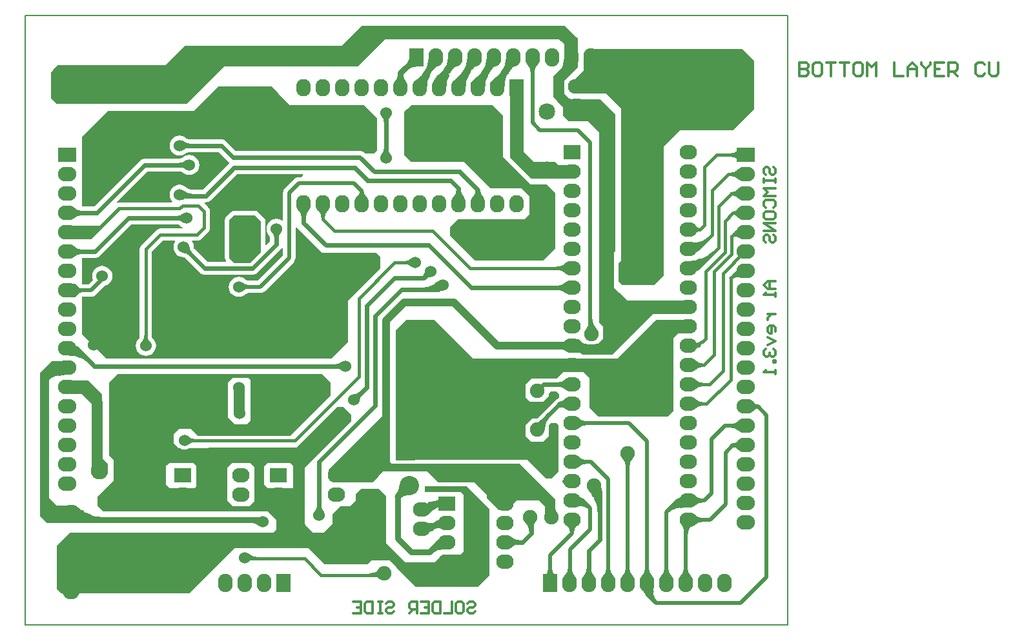
<source format=gbl>
%FSLAX25Y25*%
%MOIN*%
G70*
G01*
G75*
G04 Layer_Physical_Order=2*
G04 Layer_Color=16711680*
%ADD10C,0.04000*%
%ADD11C,0.01800*%
%ADD12C,0.02400*%
%ADD13C,0.03000*%
%ADD14C,0.02200*%
%ADD15C,0.02000*%
%ADD16C,0.04400*%
%ADD17C,0.01600*%
%ADD18R,0.05906X0.06693*%
%ADD19R,0.10236X0.06693*%
%ADD20R,0.02362X0.06299*%
%ADD21R,0.06693X0.06693*%
%ADD22R,0.06693X0.05906*%
%ADD23O,0.09843X0.02756*%
%ADD24C,0.00800*%
%ADD25C,0.01200*%
%ADD26C,0.01400*%
%ADD27R,0.07500X0.09500*%
%ADD28O,0.07500X0.09500*%
%ADD29C,0.07500*%
%ADD30O,0.07500X0.09000*%
%ADD31R,0.07500X0.09000*%
%ADD32C,0.08500*%
%ADD33C,0.09000*%
%ADD34R,0.09500X0.07500*%
%ADD35O,0.09500X0.07500*%
%ADD36O,0.09000X0.07500*%
%ADD37R,0.09000X0.07500*%
%ADD38C,0.10000*%
%ADD39C,0.06000*%
G36*
X736000Y544500D02*
X731000D01*
X730500Y544000D01*
X728500Y542000D01*
Y541000D01*
Y527500D01*
Y504500D01*
X728000Y504000D01*
X725500Y501500D01*
X689500D01*
X689000Y502000D01*
X685000Y506000D01*
Y521500D01*
X682000Y524500D01*
Y524500D01*
D01*
D01*
D01*
X671500D01*
X671000Y524000D01*
X669000Y522000D01*
X668000Y521000D01*
X655000D01*
X652000Y518000D01*
Y514500D01*
Y511500D01*
X654500Y509000D01*
X661000D01*
X664000Y512000D01*
Y513500D01*
X665000Y514500D01*
X668000D01*
X669500Y513000D01*
Y511500D01*
X668443Y510443D01*
X668238Y510358D01*
X667674Y509926D01*
X662055Y504307D01*
X662028D01*
X662028D01*
X661871Y504122D01*
X658298Y500550D01*
X658274D01*
X658274D01*
X658233Y500500D01*
X655500D01*
X653000Y498000D01*
X652000Y497000D01*
Y494500D01*
Y491500D01*
X655000Y488500D01*
X661000D01*
X663000Y490500D01*
X664000Y491500D01*
Y494000D01*
Y497000D01*
X665000Y498000D01*
X668000D01*
X669000Y497000D01*
Y492500D01*
Y473000D01*
X666000Y470000D01*
X665500Y469500D01*
X662500D01*
X660000Y472000D01*
X653000Y479000D01*
X595000D01*
X594631Y478631D01*
X585000D01*
Y483000D01*
Y518000D01*
Y527500D01*
Y528000D01*
Y546000D01*
X588500Y549500D01*
X590500Y551500D01*
X605000D01*
X616000Y540500D01*
X625000Y531500D01*
X699500D01*
X713000Y545000D01*
X719500Y551500D01*
X736000D01*
Y544500D01*
D02*
G37*
G36*
X472417Y600662D02*
X472459Y600666D01*
X472900Y600578D01*
X473260Y600338D01*
X473295Y600291D01*
X474382Y599458D01*
X475204Y599117D01*
X475106Y598627D01*
X463500D01*
X462691Y598520D01*
X461937Y598208D01*
X461289Y597711D01*
X461289Y597711D01*
X453789Y590211D01*
X453292Y589563D01*
X452980Y588809D01*
X452873Y588000D01*
X452873Y588000D01*
Y542155D01*
X452291Y541709D01*
X451458Y540622D01*
X450934Y539358D01*
X450755Y538000D01*
X450934Y536643D01*
X451458Y535378D01*
X452291Y534291D01*
X453378Y533458D01*
X454642Y532934D01*
X456000Y532755D01*
X457358Y532934D01*
X458622Y533458D01*
X459709Y534291D01*
X460542Y535378D01*
X461066Y536643D01*
X461245Y538000D01*
X461066Y539358D01*
X460542Y540622D01*
X459709Y541709D01*
X459127Y542155D01*
Y586705D01*
X464795Y592373D01*
X470969D01*
X471190Y591925D01*
X470958Y591622D01*
X470434Y590357D01*
X470255Y589000D01*
X470434Y587642D01*
X470958Y586378D01*
X471791Y585291D01*
X472878Y584458D01*
X474143Y583934D01*
X475500Y583755D01*
X475558Y583763D01*
X475983Y583678D01*
X476357Y583428D01*
X476383Y583396D01*
X476390Y583403D01*
X476390Y583403D01*
X484146Y575646D01*
X484836Y575117D01*
X485237Y574951D01*
X485639Y574785D01*
X486500Y574672D01*
X511000D01*
X511862Y574785D01*
X512332Y574980D01*
X512664Y575117D01*
X513354Y575646D01*
X525854Y588146D01*
X526299Y588727D01*
X526772Y588566D01*
Y584837D01*
X513663Y571728D01*
X508828D01*
Y571739D01*
X508762Y571732D01*
X508213Y571842D01*
X507757Y572146D01*
X507709Y572209D01*
X506622Y573042D01*
X505358Y573566D01*
X504000Y573745D01*
X502642Y573566D01*
X501378Y573042D01*
X500291Y572209D01*
X499458Y571122D01*
X498934Y569858D01*
X498755Y568500D01*
X498934Y567142D01*
X499458Y565878D01*
X500291Y564791D01*
X501378Y563958D01*
X502642Y563434D01*
X504000Y563255D01*
X505358Y563434D01*
X506622Y563958D01*
X507709Y564791D01*
X507757Y564854D01*
X508213Y565158D01*
X508762Y565268D01*
X508828Y565261D01*
Y565272D01*
X515000D01*
X515835Y565382D01*
X516614Y565705D01*
X517282Y566218D01*
X532282Y581218D01*
X532795Y581886D01*
X533118Y582665D01*
X533228Y583500D01*
Y599119D01*
X533689Y599310D01*
X540500Y592500D01*
X547000Y586000D01*
X575000D01*
X577000Y584000D01*
Y578000D01*
X571000Y572000D01*
X560500Y561500D01*
Y540000D01*
X552000Y531500D01*
X435500D01*
X423000Y544000D01*
Y563387D01*
X427614D01*
X428450Y563497D01*
X429228Y563819D01*
X429896Y564332D01*
X434444Y568879D01*
X434858Y568934D01*
X436122Y569458D01*
X437209Y570291D01*
X438042Y571378D01*
X438566Y572643D01*
X438745Y574000D01*
X438566Y575357D01*
X438042Y576622D01*
X437209Y577709D01*
X436122Y578542D01*
X434858Y579066D01*
X433500Y579245D01*
X432142Y579066D01*
X430878Y578542D01*
X429791Y577709D01*
X428958Y576622D01*
X428434Y575357D01*
X428255Y574000D01*
X428434Y572643D01*
X428622Y572187D01*
X426277Y569842D01*
X423000D01*
Y578000D01*
Y583286D01*
X429614D01*
X430476Y583399D01*
X430946Y583594D01*
X431278Y583732D01*
X431968Y584261D01*
X448379Y600671D01*
X472417D01*
Y600662D01*
D02*
G37*
G36*
X678500Y697500D02*
X679000Y697000D01*
Y687000D01*
Y684136D01*
Y682201D01*
X678963Y682015D01*
X678858Y681858D01*
X676500Y679500D01*
X672597Y675597D01*
X672000Y675000D01*
Y674155D01*
Y671000D01*
Y669345D01*
Y668500D01*
X675000Y665500D01*
X690299D01*
X690485Y665463D01*
X690642Y665358D01*
X698358Y657642D01*
X698463Y657485D01*
X698500Y657299D01*
Y638000D01*
Y587201D01*
X698463Y587015D01*
X698358Y586858D01*
X698193Y586693D01*
X696500Y585000D01*
Y569500D01*
X698193Y567807D01*
X700500Y565500D01*
X703903Y562097D01*
X704500Y561500D01*
X736000D01*
Y554500D01*
X718000D01*
X714500Y551000D01*
X697142Y533642D01*
X696988Y533539D01*
X681512D01*
X681358Y533642D01*
X681097Y533903D01*
X680500Y534500D01*
X676000D01*
Y541500D01*
X679500D01*
X682000Y539000D01*
X683528D01*
X684499Y538598D01*
X686000Y538400D01*
X687501Y538598D01*
X688472Y539000D01*
X689500D01*
X692000Y541500D01*
Y548000D01*
X690000Y550000D01*
Y563000D01*
Y648500D01*
X684500Y654000D01*
X674500D01*
X671642Y656858D01*
X671537Y657015D01*
X671500Y657201D01*
Y660655D01*
Y661500D01*
X668500Y664500D01*
X666642Y666358D01*
X666537Y666515D01*
X666500Y666701D01*
Y672500D01*
Y677299D01*
X666537Y677485D01*
X666642Y677642D01*
X667327Y678328D01*
X670500Y681500D01*
X672000Y683000D01*
Y687000D01*
Y694000D01*
X670500Y695500D01*
X669500Y696500D01*
X579500D01*
X572000Y689000D01*
X565500Y682500D01*
X496500D01*
X491500Y677500D01*
X477000Y663000D01*
X410000D01*
X407000Y666000D01*
Y679500D01*
X408000Y680500D01*
X410500Y683000D01*
X466000D01*
X472500Y689500D01*
X476000Y693000D01*
X557000D01*
X561500Y697500D01*
X567500Y703500D01*
X672500D01*
X678500Y697500D01*
D02*
G37*
G36*
X770000Y685500D02*
Y660500D01*
X759000Y649500D01*
X732000D01*
X723500Y641000D01*
Y589000D01*
Y574500D01*
X722500Y573500D01*
X718500Y569500D01*
X702000D01*
X700500Y571000D01*
X700000Y571500D01*
Y575000D01*
Y580500D01*
X700500Y581000D01*
X701500Y582000D01*
Y657000D01*
Y660500D01*
X701000Y661000D01*
X693500Y668500D01*
X678500D01*
X675000Y672000D01*
Y673500D01*
X679000Y677500D01*
X682000Y680500D01*
Y687000D01*
X685500Y691500D01*
X764000D01*
X770000Y685500D01*
D02*
G37*
G36*
X422100Y567600D02*
X422300Y565800D01*
X419500Y563000D01*
X415600D01*
Y570200D01*
X419500D01*
X422100Y567600D01*
D02*
G37*
G36*
X415500Y523000D02*
X408500D01*
X407000Y521500D01*
X406000Y520500D01*
Y513000D01*
Y459500D01*
X410000Y455500D01*
X420000D01*
X421000Y454500D01*
Y453000D01*
X425000Y449000D01*
Y447000D01*
X410000D01*
X409500Y446500D01*
X405000D01*
X401500Y450000D01*
Y461000D01*
Y524000D01*
X406500Y529000D01*
X407500Y530000D01*
X415500D01*
Y523000D01*
D02*
G37*
G36*
X551500Y519000D02*
Y512500D01*
X530549Y491549D01*
X482951D01*
X482000Y492500D01*
X479500Y495000D01*
X473000D01*
X472000Y494000D01*
X470500Y492500D01*
Y487500D01*
X473000Y485000D01*
X473657D01*
X473680Y484982D01*
X474799Y484518D01*
X476000Y484360D01*
X477201Y484518D01*
X478320Y484982D01*
X478343Y485000D01*
X488000D01*
X488500Y485500D01*
X534000D01*
X534500Y486000D01*
X537538Y489038D01*
X549500Y501000D01*
X555000Y506500D01*
X558000D01*
X562000Y502500D01*
Y499000D01*
X551000Y488000D01*
X538000Y475000D01*
Y468000D01*
Y460500D01*
Y454500D01*
Y446000D01*
X538500Y445500D01*
X542500Y441500D01*
X548000D01*
X552500Y446000D01*
Y451000D01*
X553500Y452000D01*
X556500Y455000D01*
X561500D01*
X564500Y458000D01*
Y461500D01*
X567000Y464000D01*
X576500D01*
X577000Y463500D01*
X580000Y460500D01*
Y454500D01*
Y436000D01*
X587500Y428500D01*
X590000Y426000D01*
X605000D01*
X609000Y430000D01*
X618500D01*
X620000Y431500D01*
Y444500D01*
Y461000D01*
X618500Y462500D01*
X600000D01*
Y465500D01*
X621500D01*
X629000Y458000D01*
X633500Y453500D01*
Y437500D01*
Y419500D01*
X627500Y413500D01*
X595500D01*
X585500Y423500D01*
X582000Y427000D01*
X572500D01*
X570500Y425000D01*
X548500D01*
X540000Y433500D01*
X502000D01*
X497500Y429000D01*
X478500Y410000D01*
X412500D01*
X410000Y412500D01*
Y434500D01*
X413500Y438000D01*
X417000Y441500D01*
X522000D01*
X523500Y443000D01*
Y448000D01*
X522000Y449500D01*
X519000Y452500D01*
X434000D01*
X431000Y455500D01*
Y457000D01*
Y460000D01*
X437000Y466000D01*
X439500Y468500D01*
Y474500D01*
Y479000D01*
X438500Y480000D01*
X437000Y481500D01*
Y499000D01*
Y519000D01*
X441500Y523500D01*
X547000D01*
X551500Y519000D01*
D02*
G37*
G36*
X580000Y480000D02*
X581000Y479000D01*
X583000Y477000D01*
X584999D01*
X585000Y477000D01*
X594631D01*
X594632Y477000D01*
X649000D01*
X655000Y471000D01*
X667500Y458500D01*
Y457000D01*
Y451500D01*
X668538Y450462D01*
X668347Y450000D01*
X662000D01*
Y455000D01*
X661500Y455500D01*
X659000Y458000D01*
X647500D01*
X646000Y456500D01*
X642500Y453000D01*
X638500D01*
X632000Y459500D01*
Y461000D01*
X625500Y467500D01*
X607000D01*
X604500Y470000D01*
X601500Y473000D01*
X578500D01*
X576000Y470500D01*
X573000Y467500D01*
X554000D01*
X550500Y471000D01*
Y474000D01*
X578000Y501500D01*
X580000D01*
Y480000D01*
D02*
G37*
G36*
X672538Y507538D02*
X672000Y507000D01*
Y506200D01*
X669300D01*
X668600Y505500D01*
X668063Y505798D01*
X667994Y506294D01*
X669600Y507900D01*
Y508000D01*
X672347D01*
X672538Y507538D01*
D02*
G37*
G36*
X427500Y519000D02*
X433500Y513000D01*
Y484500D01*
Y480000D01*
X435500Y478000D01*
X436500Y477000D01*
Y473000D01*
X428500D01*
X428462Y472962D01*
X428000Y473153D01*
Y501000D01*
Y508000D01*
X425000Y511000D01*
X423000Y513000D01*
X415500D01*
X415026Y519634D01*
X415367Y520000D01*
X426500D01*
X427500Y519000D01*
D02*
G37*
G36*
X620300Y677300D02*
X620900D01*
Y674900D01*
X619000Y673000D01*
X618800Y673200D01*
X614800D01*
Y674800D01*
X617000Y677000D01*
X618900Y678700D01*
X620300Y677300D01*
D02*
G37*
G36*
X524500Y668500D02*
X530500Y662500D01*
X568500D01*
X575000Y656000D01*
X575500Y655500D01*
Y643500D01*
Y639000D01*
X574000Y637500D01*
X569137D01*
X568552Y638085D01*
D01*
X568164Y638382D01*
X567832Y638520D01*
X567361Y638715D01*
X566500Y638829D01*
X502379D01*
X497354Y643854D01*
X496664Y644382D01*
X496332Y644520D01*
X495861Y644715D01*
X495000Y644829D01*
X478087D01*
Y644838D01*
X478045Y644834D01*
X477604Y644922D01*
X477244Y645162D01*
X477209Y645209D01*
X476122Y646042D01*
X474858Y646566D01*
X473500Y646745D01*
X472143Y646566D01*
X470878Y646042D01*
X469791Y645209D01*
X468958Y644122D01*
X468434Y642858D01*
X468255Y641500D01*
X468434Y640142D01*
X468958Y638878D01*
X469791Y637791D01*
X470878Y636958D01*
X472143Y636434D01*
X473500Y636255D01*
X474858Y636434D01*
X476122Y636958D01*
X477209Y637791D01*
X477244Y637838D01*
X477604Y638078D01*
X478045Y638166D01*
X478087Y638162D01*
Y638171D01*
X493621D01*
X498646Y633146D01*
X499077Y632816D01*
X499110Y632317D01*
X485621Y618828D01*
X479265D01*
X478525Y618926D01*
X477809Y619222D01*
X477256Y619647D01*
X477209Y619709D01*
X476122Y620542D01*
X474858Y621066D01*
X473500Y621245D01*
X472143Y621066D01*
X470878Y620542D01*
X469791Y619709D01*
X468958Y618622D01*
X468434Y617357D01*
X468255Y616000D01*
X468434Y614642D01*
X468958Y613378D01*
X469573Y612575D01*
X469352Y612127D01*
X442500D01*
X441691Y612020D01*
X441230Y611829D01*
X440952Y612245D01*
X456879Y628171D01*
X473835D01*
Y628162D01*
X473877Y628166D01*
X474318Y628078D01*
X474678Y627838D01*
X474714Y627791D01*
X475800Y626958D01*
X477065Y626434D01*
X478422Y626255D01*
X479780Y626434D01*
X481045Y626958D01*
X482131Y627791D01*
X482964Y628878D01*
X483488Y630142D01*
X483667Y631500D01*
X483488Y632858D01*
X482964Y634122D01*
X482131Y635209D01*
X481045Y636042D01*
X479780Y636566D01*
X478422Y636745D01*
X477065Y636566D01*
X475800Y636042D01*
X474714Y635209D01*
X474678Y635162D01*
X474318Y634922D01*
X473877Y634834D01*
X473835Y634838D01*
Y634829D01*
X455500D01*
X454638Y634715D01*
X454237Y634549D01*
X453836Y634382D01*
X453146Y633854D01*
X429236Y609943D01*
X423000D01*
Y646000D01*
X426500Y649500D01*
X436500Y659500D01*
X481000D01*
X493500Y672000D01*
X521000D01*
X524500Y668500D01*
D02*
G37*
G36*
X600600Y675000D02*
X599000Y673400D01*
X598300Y672700D01*
X595200D01*
Y674900D01*
X597400Y677100D01*
X600600D01*
Y675000D01*
D02*
G37*
G36*
X639635Y676871D02*
X639798Y676398D01*
X635900Y672500D01*
X633800D01*
Y674000D01*
X637000Y677200D01*
X639635Y676871D01*
D02*
G37*
G36*
X629600Y675600D02*
X625400Y671400D01*
X623800D01*
Y674000D01*
X627000Y677200D01*
X627300Y677500D01*
X627700D01*
X629600Y675600D01*
D02*
G37*
G36*
X635500Y662000D02*
X640500Y657000D01*
Y644500D01*
Y635500D01*
X648000Y628000D01*
X654500Y621500D01*
X663000D01*
X667500Y617000D01*
Y609000D01*
Y588500D01*
X666000Y587000D01*
X661000Y582000D01*
X626000D01*
X613000Y595000D01*
Y599500D01*
X617000Y603500D01*
X651500D01*
X654000Y606000D01*
Y615500D01*
X650000Y619500D01*
X634000D01*
X629000Y624500D01*
X620500Y633000D01*
X593000D01*
X589500Y636500D01*
Y649000D01*
Y659000D01*
X591000Y660500D01*
X593000Y662500D01*
X635000D01*
X635500Y662000D01*
D02*
G37*
G36*
X513500Y604500D02*
X515500Y602500D01*
Y586351D01*
X509872Y580723D01*
X501777D01*
X499000Y583500D01*
Y598500D01*
Y603000D01*
X501500Y605500D01*
X512500D01*
X513500Y604500D01*
D02*
G37*
G36*
X443600Y609600D02*
Y609100D01*
Y608800D01*
X433100Y598300D01*
X427800Y593000D01*
X415500D01*
Y600000D01*
X431900D01*
X432100Y600200D01*
X441800Y609900D01*
X443300D01*
X443600Y609600D01*
D02*
G37*
G36*
X651000Y638500D02*
X656000Y633500D01*
X656500Y633000D01*
X667500D01*
X669000Y631500D01*
X676500D01*
Y624500D01*
X655000D01*
X651000Y628500D01*
X644000Y635500D01*
Y671000D01*
X651000D01*
Y638500D01*
D02*
G37*
G36*
X537210Y626210D02*
X536228Y625228D01*
X535000D01*
X534553Y625169D01*
X534165Y625118D01*
X533386Y624795D01*
X532718Y624282D01*
X527718Y619282D01*
X527205Y618614D01*
X526882Y617835D01*
X526772Y617000D01*
Y603109D01*
X526324Y602888D01*
X526122Y603042D01*
X524858Y603566D01*
X523500Y603745D01*
X522143Y603566D01*
X520878Y603042D01*
X519791Y602209D01*
X518958Y601122D01*
X518434Y599858D01*
X518255Y598500D01*
X518434Y597143D01*
X518958Y595878D01*
X519791Y594791D01*
X519838Y594756D01*
X520078Y594396D01*
X520166Y593955D01*
X520162Y593913D01*
X520171D01*
Y591879D01*
X518205Y589912D01*
X517743Y590104D01*
Y602500D01*
X517572Y603358D01*
X517086Y604086D01*
X515086Y606086D01*
X514086Y607086D01*
X513358Y607572D01*
X512500Y607743D01*
X501500D01*
X500642Y607572D01*
X499914Y607086D01*
X497414Y604586D01*
X496928Y603858D01*
X496757Y603000D01*
Y598500D01*
Y583500D01*
X496928Y582642D01*
X497414Y581914D01*
X497537Y581790D01*
X497346Y581328D01*
X487879D01*
X481097Y588110D01*
X481097Y588110D01*
X481104Y588117D01*
X481072Y588143D01*
X480822Y588517D01*
X480737Y588942D01*
X480745Y589000D01*
X480566Y590357D01*
X480042Y591622D01*
X479810Y591925D01*
X480031Y592373D01*
X482500D01*
X482500Y592373D01*
X483309Y592480D01*
X484063Y592792D01*
X484711Y593289D01*
X488211Y596789D01*
X488211Y596789D01*
X488427Y597070D01*
X488708Y597437D01*
X488864Y597814D01*
X489020Y598191D01*
X489074Y598595D01*
X489127Y599000D01*
X489127Y599000D01*
Y607500D01*
X489020Y608309D01*
X488708Y609063D01*
X488211Y609711D01*
X486212Y611710D01*
X486404Y612172D01*
X487000D01*
X487861Y612285D01*
X488332Y612480D01*
X488664Y612617D01*
X489354Y613146D01*
X502879Y626672D01*
X537018D01*
X537210Y626210D01*
D02*
G37*
%LPC*%
G36*
X510000Y477500D02*
X500500D01*
X498000Y475000D01*
Y469500D01*
Y460847D01*
Y458000D01*
X501000Y455000D01*
X509500D01*
X512000Y457500D01*
Y461500D01*
Y475500D01*
X510000Y477500D01*
D02*
G37*
G36*
X509000Y521500D02*
X501000D01*
X500500Y521000D01*
X498500Y519000D01*
Y517500D01*
Y516500D01*
Y503500D01*
Y501000D01*
X502000Y497500D01*
X508000D01*
X509000Y498500D01*
X510000Y499500D01*
Y510500D01*
Y520500D01*
X509000Y521500D01*
D02*
G37*
G36*
X530500Y477500D02*
X519000D01*
X517500Y476000D01*
X517000Y475500D01*
Y468500D01*
Y466500D01*
X519000Y464500D01*
X532000D01*
Y475000D01*
Y476000D01*
X530500Y477500D01*
D02*
G37*
G36*
X480500D02*
X468000D01*
X467000Y476500D01*
X466500Y476000D01*
Y469000D01*
Y466500D01*
X468500Y464500D01*
X481000D01*
X482000Y465500D01*
Y475653D01*
Y476000D01*
X480500Y477500D01*
D02*
G37*
%LPD*%
G36*
X503500Y516500D02*
X507000D01*
Y502871D01*
X506631Y502534D01*
X501500Y503000D01*
Y517500D01*
X502000Y518000D01*
X503500Y516500D01*
D02*
G37*
D10*
X720300Y545450D02*
G03*
X716800Y544000I0J-4949D01*
G01*
X726456Y548000D02*
G03*
X721537Y545963I0J-6956D01*
G01*
X702663Y577837D02*
G03*
X703900Y580825I-2987J2987D01*
G01*
D02*
G03*
X705137Y577837I4225J0D01*
G01*
X594900Y545499D02*
G03*
X597021Y540378I7243J0D01*
G01*
D02*
G03*
X591900Y542499I-5121J-5121D01*
G01*
X674013Y536763D02*
G03*
X671025Y538000I-2987J-2987D01*
G01*
D02*
G03*
X674013Y539237I0J4225D01*
G01*
X681026Y537483D02*
G03*
X678128Y536921I-1125J-1949D01*
G01*
X681100Y536700D02*
G03*
X677959Y536735I-1588J-1588D01*
G01*
X678395Y538596D02*
G03*
X681100Y536700I2705J981D01*
G01*
X677987Y539237D02*
G03*
X684113Y536700I6126J6126D01*
G01*
X674013Y526763D02*
G03*
X671025Y528000I-2987J-2987D01*
G01*
D02*
G03*
X674013Y529237I0J4225D01*
G01*
X677987D02*
G03*
X680975Y528000I2987J2987D01*
G01*
D02*
G03*
X677987Y526763I0J-4225D01*
G01*
X734013Y556763D02*
G03*
X731025Y558000I-2987J-2987D01*
G01*
D02*
G03*
X734013Y559237I0J4225D01*
G01*
Y546763D02*
G03*
X731025Y548000I-2987J-2987D01*
G01*
D02*
G03*
X734013Y549237I0J4225D01*
G01*
X670187Y677187D02*
G03*
X673841Y686008I-8821J8821D01*
G01*
X676466Y684492D02*
G03*
X671808Y678422I4998J-8657D01*
G01*
X674353Y689245D02*
G03*
X675591Y692233I-2987J2987D01*
G01*
D02*
G03*
X676828Y689245I4225J0D01*
G01*
X679737Y673237D02*
G03*
X682725Y672000I2987J2987D01*
G01*
D02*
G03*
X679737Y670763I0J-4225D01*
G01*
X677263Y660763D02*
G03*
X674275Y662000I-2987J-2987D01*
G01*
D02*
G03*
X677263Y663237I0J4225D01*
G01*
X670000Y666000D02*
G03*
X678097Y663703I6106J6106D01*
G01*
X679737Y663237D02*
G03*
X682725Y662000I2987J2987D01*
G01*
D02*
G03*
X679737Y660763I0J-4225D01*
G01*
X720300Y545450D02*
G03*
X716800Y544000I0J-4949D01*
G01*
X726456Y548000D02*
G03*
X721537Y545963I0J-6956D01*
G01*
X702663Y577837D02*
G03*
X703900Y580825I-2987J2987D01*
G01*
D02*
G03*
X705137Y577837I4225J0D01*
G01*
X594900Y545499D02*
G03*
X597021Y540378I7243J0D01*
G01*
D02*
G03*
X591900Y542499I-5121J-5121D01*
G01*
X674013Y536763D02*
G03*
X671025Y538000I-2987J-2987D01*
G01*
D02*
G03*
X674013Y539237I0J4225D01*
G01*
X681100Y536700D02*
G03*
X677959Y536735I-1588J-1588D01*
G01*
X678395Y538596D02*
G03*
X681100Y536700I2705J981D01*
G01*
X677987Y539237D02*
G03*
X684113Y536700I6126J6126D01*
G01*
X674013Y526763D02*
G03*
X671025Y528000I-2987J-2987D01*
G01*
D02*
G03*
X674013Y529237I0J4225D01*
G01*
X677987D02*
G03*
X680975Y528000I2987J2987D01*
G01*
D02*
G03*
X677987Y526763I0J-4225D01*
G01*
X734013Y556763D02*
G03*
X731025Y558000I-2987J-2987D01*
G01*
D02*
G03*
X734013Y559237I0J4225D01*
G01*
Y546763D02*
G03*
X731025Y548000I-2987J-2987D01*
G01*
D02*
G03*
X734013Y549237I0J4225D01*
G01*
X670187Y677187D02*
G03*
X673841Y686008I-8821J8821D01*
G01*
X674353Y689245D02*
G03*
X675591Y692233I-2987J2987D01*
G01*
D02*
G03*
X676828Y689245I4225J0D01*
G01*
X679737Y673237D02*
G03*
X682725Y672000I2987J2987D01*
G01*
D02*
G03*
X679737Y670763I0J-4225D01*
G01*
X677263Y660763D02*
G03*
X674275Y662000I-2987J-2987D01*
G01*
D02*
G03*
X677263Y663237I0J4225D01*
G01*
X670000Y666000D02*
G03*
X678097Y663703I6106J6106D01*
G01*
X679737Y663237D02*
G03*
X682725Y662000I2987J2987D01*
G01*
D02*
G03*
X679737Y660763I0J-4225D01*
G01*
X620846Y475000D02*
G03*
X614237Y472263I0J-9346D01*
G01*
X611763D02*
G03*
X605154Y475000I-6609J-6609D01*
G01*
X641500Y460725D02*
G03*
X642737Y457737I4225J0D01*
G01*
X640263D02*
G03*
X641500Y460725I-2987J2987D01*
G01*
X597021Y540378D02*
G03*
X591900Y542499I-5121J-5121D01*
G01*
X594900Y545499D02*
G03*
X597021Y540378I7243J0D01*
G01*
X558500Y475000D02*
G03*
X556998Y471090I3643J-3643D01*
G01*
X569132Y475000D02*
G03*
X556487Y469763I0J-17882D01*
G01*
X559475Y475000D02*
G03*
X553659Y472591I0J-8225D01*
G01*
X681100Y536700D02*
G03*
X677959Y536735I-1588J-1588D01*
G01*
X677987Y539237D02*
G03*
X684113Y536700I6126J6126D01*
G01*
X678395Y538596D02*
G03*
X681100Y536700I2705J981D01*
G01*
X681026Y537483D02*
G03*
X678128Y536921I-1125J-1949D01*
G01*
X681026Y537483D02*
G03*
X678128Y536921I-1125J-1949D01*
G01*
X671025Y538000D02*
G03*
X674013Y539237I0J4225D01*
G01*
Y536763D02*
G03*
X671025Y538000I-2987J-2987D01*
G01*
X680975Y528000D02*
G03*
X677987Y526763I0J-4225D01*
G01*
Y529237D02*
G03*
X680975Y528000I2987J2987D01*
G01*
X671025D02*
G03*
X674013Y529237I0J4225D01*
G01*
Y526763D02*
G03*
X671025Y528000I-2987J-2987D01*
G01*
X731025Y558000D02*
G03*
X734013Y559237I0J4225D01*
G01*
Y556763D02*
G03*
X731025Y558000I-2987J-2987D01*
G01*
Y548000D02*
G03*
X734013Y549237I0J4225D01*
G01*
Y546763D02*
G03*
X731025Y548000I-2987J-2987D01*
G01*
X675591Y692233D02*
G03*
X676828Y689245I4225J0D01*
G01*
X674353D02*
G03*
X675591Y692233I-2987J2987D01*
G01*
X676466Y684492D02*
G03*
X671808Y678422I4998J-8657D01*
G01*
X676466Y684492D02*
G03*
X671808Y678422I4998J-8657D01*
G01*
X672807Y680834D02*
G03*
X673925Y685470I-3233J3233D01*
G01*
X670187Y677187D02*
G03*
X673841Y686008I-8821J8821D01*
G01*
X682725Y672000D02*
G03*
X679737Y670763I0J-4225D01*
G01*
Y673237D02*
G03*
X682725Y672000I2987J2987D01*
G01*
Y662000D02*
G03*
X679737Y660763I0J-4225D01*
G01*
Y663237D02*
G03*
X682725Y662000I2987J2987D01*
G01*
X670000Y666000D02*
G03*
X678097Y663703I6106J6106D01*
G01*
X674275Y662000D02*
G03*
X677263Y663237I0J4225D01*
G01*
Y660763D02*
G03*
X674275Y662000I-2987J-2987D01*
G01*
X726456Y548000D02*
G03*
X721537Y545963I0J-6956D01*
G01*
X720300Y545450D02*
G03*
X716800Y544000I0J-4949D01*
G01*
X703900Y580825D02*
G03*
X705137Y577837I4225J0D01*
G01*
X702663D02*
G03*
X703900Y580825I-2987J2987D01*
G01*
X665500Y453725D02*
G03*
X666737Y450737I4225J0D01*
G01*
X664263D02*
G03*
X665500Y453725I-2987J2987D01*
G01*
X580500Y475000D02*
X640500D01*
X647000D01*
X640500D02*
X641500Y474000D01*
Y456500D02*
Y474000D01*
X647000Y475000D02*
X665500Y456500D01*
Y449500D02*
Y456500D01*
X558500Y475000D02*
X580500D01*
X554500Y471000D02*
X558500Y475000D01*
X580000Y475500D02*
Y551000D01*
Y475500D02*
X580500Y475000D01*
X615000Y560500D02*
X637500Y538000D01*
X580000Y551000D02*
X589500Y560500D01*
X615000D01*
X637500Y538000D02*
X676000D01*
X675591Y682591D02*
Y687008D01*
X670000Y677000D02*
X675591Y682591D01*
X670000Y666000D02*
Y677000D01*
X562000Y684500D02*
X576500Y699000D01*
X483000Y684500D02*
X562000D01*
X675591Y687008D02*
Y694909D01*
X576500Y699000D02*
X671500D01*
X675591Y694909D01*
X670000Y666000D02*
X674000Y662000D01*
X591900Y545499D02*
X609399Y528000D01*
X695600Y538700D02*
Y656500D01*
X609399Y528000D02*
X676000D01*
X679800Y538000D02*
X681100Y536700D01*
X681500Y672000D02*
X693100D01*
X717400Y558000D02*
X736000D01*
X693100Y672000D02*
X703900Y661200D01*
Y576600D02*
Y661200D01*
X720300Y547200D02*
X721100Y548000D01*
X720800D02*
X721100D01*
X736000D01*
X676000Y528000D02*
X700800D01*
X676000Y538000D02*
X679800D01*
X681100Y536700D02*
X696100D01*
X717400Y558000D01*
X690100Y662000D02*
X695600Y656500D01*
X674000Y662000D02*
X678500D01*
X690100D01*
X700800Y528000D02*
X720800Y548000D01*
D11*
X506485Y598515D02*
G03*
X505000Y594930I3585J-3585D01*
G01*
D02*
G03*
X503515Y598515I-5070J0D01*
G01*
Y586485D02*
G03*
X505000Y590070I-3585J3585D01*
G01*
D02*
G03*
X506485Y586485I5070J0D01*
G01*
X503015Y504485D02*
G03*
X505000Y509277I-4792J4792D01*
G01*
Y506863D02*
G03*
X505985Y504485I3363J0D01*
G01*
X508485Y429985D02*
G03*
X513277Y428000I4792J4792D01*
G01*
X510863D02*
G03*
X508485Y427015I0J-3363D01*
G01*
X505000Y513362D02*
G03*
X503788Y516288I-4138J0D01*
G01*
X505000Y509016D02*
G03*
X502515Y515015I-8484J0D01*
G01*
X477485Y490485D02*
G03*
X481070Y489000I3585J3585D01*
G01*
D02*
G03*
X477485Y487515I0J-5070D01*
G01*
X593515Y579515D02*
G03*
X589930Y581000I-3585J-3585D01*
G01*
D02*
G03*
X593515Y582485I0J5070D01*
G01*
X673235Y575985D02*
G03*
X668128Y578100I-5107J-5107D01*
G01*
X668611D02*
G03*
X673235Y580015I0J6539D01*
G01*
X549515Y608735D02*
G03*
X547500Y603869I4865J-4865D01*
G01*
D02*
G03*
X545485Y608735I-6881J0D01*
G01*
X506485Y598515D02*
G03*
X505000Y594930I3585J-3585D01*
G01*
D02*
G03*
X503515Y598515I-5070J0D01*
G01*
Y586485D02*
G03*
X505000Y590070I-3585J3585D01*
G01*
D02*
G03*
X506485Y586485I5070J0D01*
G01*
X503015Y504485D02*
G03*
X505000Y509277I-4792J4792D01*
G01*
Y506863D02*
G03*
X505985Y504485I3363J0D01*
G01*
X508485Y429985D02*
G03*
X513277Y428000I4792J4792D01*
G01*
X510863D02*
G03*
X508485Y427015I0J-3363D01*
G01*
X505000Y513362D02*
G03*
X503788Y516288I-4138J0D01*
G01*
X505000Y509016D02*
G03*
X502515Y515015I-8484J0D01*
G01*
X477485Y490485D02*
G03*
X481070Y489000I3585J3585D01*
G01*
D02*
G03*
X477485Y487515I0J-5070D01*
G01*
X593515Y579515D02*
G03*
X589930Y581000I-3585J-3585D01*
G01*
D02*
G03*
X593515Y582485I0J5070D01*
G01*
X673235Y575985D02*
G03*
X668128Y578100I-5107J-5107D01*
G01*
X668611D02*
G03*
X673235Y580015I0J6539D01*
G01*
X549515Y608735D02*
G03*
X547500Y603869I4865J-4865D01*
G01*
D02*
G03*
X545485Y608735I-6881J0D01*
G01*
X668611Y578100D02*
G03*
X673235Y580015I0J6539D01*
G01*
X673235Y575985D02*
G03*
X668128Y578100I-5107J-5107D01*
G01*
X424166Y597000D02*
G03*
X418370Y594599I0J-8198D01*
G01*
X418370Y598630D02*
G03*
X422303Y597000I3934J3934D01*
G01*
X547500Y603869D02*
G03*
X545485Y608735I-6881J0D01*
G01*
X549515D02*
G03*
X547500Y603869I4865J-4865D01*
G01*
X456000Y543070D02*
G03*
X457485Y539485I5070J0D01*
G01*
X454515D02*
G03*
X456000Y543070I-3585J3585D01*
G01*
X505000Y594930D02*
G03*
X503515Y598515I-5070J0D01*
G01*
X506485D02*
G03*
X505000Y594930I3585J-3585D01*
G01*
Y590070D02*
G03*
X506485Y586485I5070J0D01*
G01*
X503515D02*
G03*
X505000Y590070I-3585J3585D01*
G01*
Y506863D02*
G03*
X505985Y504485I3363J0D01*
G01*
X503015Y504485D02*
G03*
X505000Y509277I-4792J4792D01*
G01*
X510863Y428000D02*
G03*
X508485Y427015I0J-3363D01*
G01*
X508485Y429985D02*
G03*
X513277Y428000I4792J4792D01*
G01*
X505000Y509016D02*
G03*
X502515Y515015I-8484J0D01*
G01*
X505000Y513362D02*
G03*
X503788Y516288I-4138J0D01*
G01*
X481070Y489000D02*
G03*
X477485Y487515I0J-5070D01*
G01*
Y490485D02*
G03*
X481070Y489000I3585J3585D01*
G01*
X589930Y581000D02*
G03*
X593515Y582485I0J5070D01*
G01*
Y579515D02*
G03*
X589930Y581000I-3585J-3585D01*
G01*
X571428Y419485D02*
G03*
X577500Y422000I0J8588D01*
G01*
Y418000D02*
G03*
X573842Y419515I-3658J-3658D01*
G01*
X538000Y428000D02*
X546500Y419500D01*
X584500Y581000D02*
X595000D01*
X566000Y562500D02*
X584500Y581000D01*
X566000Y522000D02*
Y562500D01*
X604000Y597500D02*
X623400Y578100D01*
X553500Y597500D02*
X604000D01*
X623400Y578100D02*
X675900D01*
X676000Y578000D01*
X533000Y489000D02*
X566000Y522000D01*
X476000Y489000D02*
X533000D01*
X507000Y428000D02*
Y428500D01*
X504500Y503000D02*
X505000Y503500D01*
Y515500D01*
X504000Y516500D02*
X505000Y515500D01*
X547500Y603500D02*
Y611500D01*
Y603500D02*
X553500Y597500D01*
X505000Y585000D02*
Y600000D01*
X415354Y596614D02*
X415740Y597000D01*
X430500D01*
X442500Y609000D01*
X473514D01*
X475014Y610500D01*
X483000D01*
X486000Y607500D01*
Y599000D02*
Y607500D01*
X482500Y595500D02*
X486000Y599000D01*
X463500Y595500D02*
X482500D01*
X456000Y588000D02*
X463500Y595500D01*
X456000Y538000D02*
Y588000D01*
X507000Y428000D02*
X538000D01*
X546500Y419500D02*
X579000D01*
D12*
X443273Y486227D02*
G03*
X442000Y483154I3073J-3073D01*
G01*
D02*
G03*
X440727Y486227I-4346J0D01*
G01*
X436500Y458300D02*
G03*
X439573Y459573I0J4346D01*
G01*
D02*
G03*
X438300Y456500I3073J-3073D01*
G01*
X429000Y540300D02*
G03*
X432073Y541573I0J4346D01*
G01*
D02*
G03*
X430800Y538500I3073J-3073D01*
G01*
X445000Y551600D02*
G03*
X440049Y549549I0J-7001D01*
G01*
X445000Y549200D02*
G03*
X435952Y545452I0J-12795D01*
G01*
X442795Y548609D02*
G03*
X445520Y550700I-1161J4335D01*
G01*
X443536Y549953D02*
G03*
X441500Y551000I-2036J-1456D01*
G01*
D02*
G03*
X443536Y552047I0J2503D01*
G01*
X563500Y511800D02*
G03*
X566573Y513073I0J4346D01*
G01*
D02*
G03*
X565300Y510000I3073J-3073D01*
G01*
X603000Y574700D02*
G03*
X599927Y573427I0J-4346D01*
G01*
D02*
G03*
X601200Y576500I-3073J3073D01*
G01*
X557727Y526227D02*
G03*
X554654Y527500I-3073J-3073D01*
G01*
D02*
G03*
X557727Y528773I0J4346D01*
G01*
X673447Y516197D02*
G03*
X669094Y518000I-4353J-4353D01*
G01*
D02*
G03*
X673447Y519803I0J6156D01*
G01*
X616251Y683545D02*
G03*
X613176Y681185I1311J-4891D01*
G01*
X612403Y679847D02*
G03*
X613128Y685348I-6278J3624D01*
G01*
X616251Y683545D02*
G03*
X613176Y681185I1311J-4891D01*
G01*
X612403Y679847D02*
G03*
X613128Y685348I-6278J3624D01*
G01*
X615591Y683458D02*
G03*
X612803Y682303I0J-3942D01*
G01*
X610589Y680089D02*
G03*
X613041Y686008I-5919J5919D01*
G01*
X615637Y685865D02*
G03*
X611962Y681984I1747J-5335D01*
G01*
X646251Y683545D02*
G03*
X643676Y681569I1098J-4096D01*
G01*
X642321Y679222D02*
G03*
X643127Y685348I-6991J4036D01*
G01*
X646251Y683545D02*
G03*
X643676Y681569I1098J-4096D01*
G01*
X642321Y679222D02*
G03*
X643127Y685348I-6991J4036D01*
G01*
X643979Y682479D02*
G03*
X645441Y686008I-3529J3529D01*
G01*
X639882Y678382D02*
G03*
X643041Y686008I-7626J7626D01*
G01*
X645652Y685871D02*
G03*
X641794Y681354I2805J-6301D01*
G01*
X636251Y683545D02*
G03*
X633676Y681569I1098J-4096D01*
G01*
X632321Y679222D02*
G03*
X633127Y685348I-6991J4036D01*
G01*
X636251Y683545D02*
G03*
X633676Y681569I1098J-4096D01*
G01*
X632321Y679222D02*
G03*
X633127Y685348I-6991J4036D01*
G01*
X633979Y682479D02*
G03*
X635441Y686008I-3529J3529D01*
G01*
X629882Y678382D02*
G03*
X633041Y686008I-7626J7626D01*
G01*
X635652Y685871D02*
G03*
X631794Y681354I2805J-6301D01*
G01*
X626251Y683545D02*
G03*
X623754Y681629I1064J-3971D01*
G01*
X622308Y679124D02*
G03*
X623128Y685348I-7102J4101D01*
G01*
X626251Y683545D02*
G03*
X623754Y681629I1064J-3971D01*
G01*
X622308Y679124D02*
G03*
X623128Y685348I-7102J4101D01*
G01*
X623868Y682211D02*
G03*
X625441Y686008I-3797J3797D01*
G01*
X619771Y678114D02*
G03*
X623041Y686008I-7894J7894D01*
G01*
X625654Y685872D02*
G03*
X621767Y681256I2985J-6457D01*
G01*
X603625Y681625D02*
G03*
X605441Y686008I-4383J4383D01*
G01*
X599528Y677528D02*
G03*
X603041Y686008I-8479J8479D01*
G01*
X423165Y533835D02*
G03*
X416362Y536464I-6372J-6372D01*
G01*
X427000Y530000D02*
G03*
X416476Y534067I-9856J-9856D01*
G01*
X418730Y537540D02*
G03*
X421230Y535407I3238J1262D01*
G01*
X421230Y535407D02*
G03*
X417957Y534631I-827J-3805D01*
G01*
X418658Y537707D02*
G03*
X420386Y536614I1727J819D01*
G01*
D02*
G03*
X418658Y535522I0J-1911D01*
G01*
X416481Y536695D02*
G03*
X421996Y532868I7378J4744D01*
G01*
X640408Y678908D02*
G03*
X637650Y672250I6658J-6658D01*
G01*
X644505Y683005D02*
G03*
X640050Y672250I10755J-10755D01*
G01*
X636633Y674648D02*
G03*
X638976Y677200I-1273J3521D01*
G01*
X638976Y677200D02*
G03*
X639590Y673711I4052J-1086D01*
G01*
X627425Y672380D02*
G03*
X631512Y677706I-4386J7597D01*
G01*
X630408Y678908D02*
G03*
X627650Y672250I6658J-6658D01*
G01*
X634505Y683005D02*
G03*
X630050Y672250I10755J-10755D01*
G01*
X626633Y674648D02*
G03*
X628976Y677200I-1273J3521D01*
G01*
X628976Y677200D02*
G03*
X629590Y673711I4052J-1086D01*
G01*
X617425Y672380D02*
G03*
X621512Y677706I-4386J7597D01*
G01*
X620297Y678640D02*
G03*
X617650Y672250I6390J-6390D01*
G01*
X624394Y682737D02*
G03*
X620050Y672250I10487J-10487D01*
G01*
X616710Y674675D02*
G03*
X618926Y677011I-1045J3210D01*
G01*
X618926Y677011D02*
G03*
X619545Y673773I3653J-979D01*
G01*
X606248Y674471D02*
G03*
X609300Y678407I-3157J5599D01*
G01*
X609143Y677821D02*
G03*
X609708Y673525I5469J-1465D01*
G01*
X607425Y672380D02*
G03*
X611512Y677706I-4386J7597D01*
G01*
X607018Y676518D02*
G03*
X605250Y672250I4268J-4268D01*
G01*
X611115Y680615D02*
G03*
X607650Y672250I8365J-8365D01*
G01*
X615212Y684712D02*
G03*
X610050Y672250I12462J-12462D01*
G01*
X606091Y674375D02*
G03*
X607500Y677000I-1740J2624D01*
G01*
D02*
G03*
X608909Y674375I3149J0D01*
G01*
X596901Y674728D02*
G03*
X598815Y676596I-616J2546D01*
G01*
X598815D02*
G03*
X599429Y673918I2835J-760D01*
G01*
X597425Y672380D02*
G03*
X601512Y677706I-4386J7597D01*
G01*
X600054Y678054D02*
G03*
X597650Y672250I5804J-5804D01*
G01*
X604151Y682151D02*
G03*
X600050Y672250I9901J-9901D01*
G01*
X443273Y486227D02*
G03*
X442000Y483154I3073J-3073D01*
G01*
D02*
G03*
X440727Y486227I-4346J0D01*
G01*
X436500Y458300D02*
G03*
X439573Y459573I0J4346D01*
G01*
D02*
G03*
X438300Y456500I3073J-3073D01*
G01*
X429000Y540300D02*
G03*
X432073Y541573I0J4346D01*
G01*
D02*
G03*
X430800Y538500I3073J-3073D01*
G01*
X445000Y551600D02*
G03*
X440049Y549549I0J-7001D01*
G01*
X445000Y549200D02*
G03*
X435952Y545452I0J-12795D01*
G01*
X443536Y549953D02*
G03*
X441500Y551000I-2036J-1456D01*
G01*
D02*
G03*
X443536Y552047I0J2503D01*
G01*
X563500Y511800D02*
G03*
X566573Y513073I0J4346D01*
G01*
D02*
G03*
X565300Y510000I3073J-3073D01*
G01*
X603000Y574700D02*
G03*
X599927Y573427I0J-4346D01*
G01*
D02*
G03*
X601200Y576500I-3073J3073D01*
G01*
X557727Y526227D02*
G03*
X554654Y527500I-3073J-3073D01*
G01*
D02*
G03*
X557727Y528773I0J4346D01*
G01*
X673447Y516197D02*
G03*
X669094Y518000I-4353J-4353D01*
G01*
D02*
G03*
X673447Y519803I0J6156D01*
G01*
X615591Y683458D02*
G03*
X612803Y682303I0J-3942D01*
G01*
X610589Y680089D02*
G03*
X613041Y686008I-5919J5919D01*
G01*
X645975Y683776D02*
G03*
X643400Y681800I1098J-4096D01*
G01*
X643979Y682479D02*
G03*
X645441Y686008I-3529J3529D01*
G01*
X639882Y678382D02*
G03*
X643041Y686008I-7626J7626D01*
G01*
X633979Y682479D02*
G03*
X635441Y686008I-3529J3529D01*
G01*
X629882Y678382D02*
G03*
X633041Y686008I-7626J7626D01*
G01*
X623868Y682211D02*
G03*
X625441Y686008I-3797J3797D01*
G01*
X619771Y678114D02*
G03*
X623041Y686008I-7894J7894D01*
G01*
X603625Y681625D02*
G03*
X605441Y686008I-4383J4383D01*
G01*
X599528Y677528D02*
G03*
X603041Y686008I-8479J8479D01*
G01*
X423165Y533835D02*
G03*
X416362Y536464I-6372J-6372D01*
G01*
X427000Y530000D02*
G03*
X416476Y534067I-9856J-9856D01*
G01*
X418658Y537707D02*
G03*
X420386Y536614I1727J819D01*
G01*
D02*
G03*
X418658Y535522I0J-1911D01*
G01*
X640408Y678908D02*
G03*
X637650Y672250I6658J-6658D01*
G01*
X644505Y683005D02*
G03*
X640050Y672250I10755J-10755D01*
G01*
X630408Y678908D02*
G03*
X627650Y672250I6658J-6658D01*
G01*
X634505Y683005D02*
G03*
X630050Y672250I10755J-10755D01*
G01*
X620297Y678640D02*
G03*
X617650Y672250I6390J-6390D01*
G01*
X624394Y682737D02*
G03*
X620050Y672250I10487J-10487D01*
G01*
X607018Y676518D02*
G03*
X605250Y672250I4268J-4268D01*
G01*
X611115Y680615D02*
G03*
X607650Y672250I8365J-8365D01*
G01*
X615212Y684712D02*
G03*
X610050Y672250I12462J-12462D01*
G01*
X606091Y674375D02*
G03*
X607500Y677000I-1740J2624D01*
G01*
D02*
G03*
X608909Y674375I3149J0D01*
G01*
X600054Y678054D02*
G03*
X597650Y672250I5804J-5804D01*
G01*
X604151Y682151D02*
G03*
X600050Y672250I9901J-9901D01*
G01*
X604594Y456500D02*
G03*
X608947Y458303I0J6156D01*
G01*
Y454697D02*
G03*
X604594Y456500I-4353J-4353D01*
G01*
X648406Y436500D02*
G03*
X644053Y434697I0J-6156D01*
G01*
Y438303D02*
G03*
X648406Y436500I4353J4353D01*
G01*
X611499Y456500D02*
G03*
X601167Y451819I0J-13743D01*
G01*
X606202Y456500D02*
G03*
X599363Y453401I0J-9097D01*
G01*
X669094Y518000D02*
G03*
X673447Y519803I0J6156D01*
G01*
Y516197D02*
G03*
X669094Y518000I-4353J-4353D01*
G01*
X615611Y683458D02*
G03*
X613128Y680955I20J-2503D01*
G01*
X615611Y683458D02*
G03*
X613128Y680955I20J-2503D01*
G01*
X615637Y685865D02*
G03*
X611962Y681984I1747J-5335D01*
G01*
X615637Y685865D02*
G03*
X611962Y681984I1747J-5335D01*
G01*
X612403Y679847D02*
G03*
X613128Y685348I-6278J3624D01*
G01*
X616251Y683545D02*
G03*
X613176Y681185I1311J-4891D01*
G01*
X612403Y679847D02*
G03*
X613128Y685348I-6278J3624D01*
G01*
X616251Y683545D02*
G03*
X613176Y681185I1311J-4891D01*
G01*
X610589Y680089D02*
G03*
X613041Y686008I-5919J5919D01*
G01*
X615591Y683458D02*
G03*
X612803Y682303I0J-3942D01*
G01*
X645793Y683466D02*
G03*
X643127Y680579I230J-2887D01*
G01*
X645603Y685858D02*
G03*
X643127Y683178I214J-2680D01*
G01*
X645793Y683466D02*
G03*
X643127Y680579I230J-2887D01*
G01*
X645603Y685858D02*
G03*
X643127Y683178I214J-2680D01*
G01*
X645652Y685871D02*
G03*
X641794Y681354I2805J-6301D01*
G01*
X645652Y685871D02*
G03*
X641794Y681354I2805J-6301D01*
G01*
X642321Y679222D02*
G03*
X643127Y685348I-6991J4036D01*
G01*
X646251Y683545D02*
G03*
X643676Y681569I1098J-4096D01*
G01*
X642321Y679222D02*
G03*
X643127Y685348I-6991J4036D01*
G01*
X646251Y683545D02*
G03*
X643676Y681569I1098J-4096D01*
G01*
X639882Y678382D02*
G03*
X643041Y686008I-7626J7626D01*
G01*
X643979Y682479D02*
G03*
X645441Y686008I-3529J3529D01*
G01*
X635793Y683466D02*
G03*
X633127Y680579I230J-2887D01*
G01*
X635603Y685858D02*
G03*
X633127Y683178I214J-2680D01*
G01*
X635793Y683466D02*
G03*
X633127Y680579I230J-2887D01*
G01*
X635603Y685858D02*
G03*
X633127Y683178I214J-2680D01*
G01*
X635652Y685871D02*
G03*
X631794Y681354I2805J-6301D01*
G01*
X635652Y685871D02*
G03*
X631794Y681354I2805J-6301D01*
G01*
X632321Y679222D02*
G03*
X633127Y685348I-6991J4036D01*
G01*
X636251Y683545D02*
G03*
X633676Y681569I1098J-4096D01*
G01*
X632321Y679222D02*
G03*
X633127Y685348I-6991J4036D01*
G01*
X636251Y683545D02*
G03*
X633676Y681569I1098J-4096D01*
G01*
X629882Y678382D02*
G03*
X633041Y686008I-7626J7626D01*
G01*
X633979Y682479D02*
G03*
X635441Y686008I-3529J3529D01*
G01*
X625654Y685872D02*
G03*
X621767Y681256I2985J-6457D01*
G01*
X625654Y685872D02*
G03*
X621767Y681256I2985J-6457D01*
G01*
X622308Y679124D02*
G03*
X623128Y685348I-7102J4101D01*
G01*
X626251Y683545D02*
G03*
X623754Y681629I1064J-3971D01*
G01*
X622308Y679124D02*
G03*
X623128Y685348I-7102J4101D01*
G01*
X626251Y683545D02*
G03*
X623754Y681629I1064J-3971D01*
G01*
X619771Y678114D02*
G03*
X623041Y686008I-7894J7894D01*
G01*
X623868Y682211D02*
G03*
X625441Y686008I-3797J3797D01*
G01*
X599528Y677528D02*
G03*
X603041Y686008I-8479J8479D01*
G01*
X603625Y681625D02*
G03*
X605441Y686008I-4383J4383D01*
G01*
X416481Y536695D02*
G03*
X421996Y532868I7378J4744D01*
G01*
X416481Y536695D02*
G03*
X421996Y532868I7378J4744D01*
G01*
X421230Y535407D02*
G03*
X417957Y534631I-827J-3805D01*
G01*
X418730Y537540D02*
G03*
X421230Y535407I3238J1262D01*
G01*
X421230Y535407D02*
G03*
X417957Y534631I-827J-3805D01*
G01*
X418730Y537540D02*
G03*
X421230Y535407I3238J1262D01*
G01*
X426000Y531000D02*
G03*
X416717Y534090I-7728J-7728D01*
G01*
X422609Y534391D02*
G03*
X416376Y536466I-5189J-5189D01*
G01*
X420386Y536614D02*
G03*
X418658Y535522I0J-1911D01*
G01*
Y537707D02*
G03*
X420386Y536614I1727J819D01*
G01*
X638976Y677200D02*
G03*
X639590Y673711I4052J-1086D01*
G01*
X636633Y674648D02*
G03*
X638976Y677200I-1273J3521D01*
G01*
X638976Y677200D02*
G03*
X639590Y673711I4052J-1086D01*
G01*
X636633Y674648D02*
G03*
X638976Y677200I-1273J3521D01*
G01*
X644505Y683005D02*
G03*
X640050Y672250I10755J-10755D01*
G01*
X640408Y678908D02*
G03*
X637650Y672250I6658J-6658D01*
G01*
X628976Y677200D02*
G03*
X629590Y673711I4052J-1086D01*
G01*
X626633Y674648D02*
G03*
X628976Y677200I-1273J3521D01*
G01*
X628976Y677200D02*
G03*
X629590Y673711I4052J-1086D01*
G01*
X626633Y674648D02*
G03*
X628976Y677200I-1273J3521D01*
G01*
X627425Y672380D02*
G03*
X631512Y677706I-4386J7597D01*
G01*
X627425Y672380D02*
G03*
X631512Y677706I-4386J7597D01*
G01*
X634505Y683005D02*
G03*
X630050Y672250I10755J-10755D01*
G01*
X630408Y678908D02*
G03*
X627650Y672250I6658J-6658D01*
G01*
X618926Y677011D02*
G03*
X619545Y673773I3653J-979D01*
G01*
X616710Y674675D02*
G03*
X618926Y677011I-1045J3210D01*
G01*
X618926Y677011D02*
G03*
X619545Y673773I3653J-979D01*
G01*
X616710Y674675D02*
G03*
X618926Y677011I-1045J3210D01*
G01*
X617425Y672380D02*
G03*
X621512Y677706I-4386J7597D01*
G01*
X617425Y672380D02*
G03*
X621512Y677706I-4386J7597D01*
G01*
X624394Y682737D02*
G03*
X620050Y672250I10487J-10487D01*
G01*
X620297Y678640D02*
G03*
X617650Y672250I6390J-6390D01*
G01*
X607500Y677000D02*
G03*
X608909Y674375I3149J0D01*
G01*
X606091D02*
G03*
X607500Y677000I-1740J2624D01*
G01*
X609143Y677821D02*
G03*
X609708Y673525I5469J-1465D01*
G01*
X606248Y674471D02*
G03*
X609300Y678407I-3157J5599D01*
G01*
X607425Y672380D02*
G03*
X611512Y677706I-4386J7597D01*
G01*
X609143Y677821D02*
G03*
X609708Y673525I5469J-1465D01*
G01*
X606248Y674471D02*
G03*
X609300Y678407I-3157J5599D01*
G01*
X607425Y672380D02*
G03*
X611512Y677706I-4386J7597D01*
G01*
X615212Y684712D02*
G03*
X610050Y672250I12462J-12462D01*
G01*
X611115Y680615D02*
G03*
X607650Y672250I8365J-8365D01*
G01*
X607018Y676518D02*
G03*
X605250Y672250I4268J-4268D01*
G01*
X598815Y676596D02*
G03*
X599429Y673918I2835J-760D01*
G01*
X596901Y674728D02*
G03*
X598815Y676596I-616J2546D01*
G01*
X597425Y672380D02*
G03*
X601512Y677706I-4386J7597D01*
G01*
X598815Y676596D02*
G03*
X599429Y673918I2835J-760D01*
G01*
X596901Y674728D02*
G03*
X598815Y676596I-616J2546D01*
G01*
X597425Y672380D02*
G03*
X601512Y677706I-4386J7597D01*
G01*
X604151Y682151D02*
G03*
X600050Y672250I9901J-9901D01*
G01*
X600054Y678054D02*
G03*
X597650Y672250I5804J-5804D01*
G01*
X655000Y442137D02*
G03*
X652697Y447697I-7863J0D01*
G01*
X656303D02*
G03*
X655000Y444551I3146J-3146D01*
G01*
X439573Y459573D02*
G03*
X438300Y456500I3073J-3073D01*
G01*
X436500Y458300D02*
G03*
X439573Y459573I0J4346D01*
G01*
X432073Y541573D02*
G03*
X430800Y538500I3073J-3073D01*
G01*
X429000Y540300D02*
G03*
X432073Y541573I0J4346D01*
G01*
X441500Y551000D02*
G03*
X443536Y552047I0J2503D01*
G01*
Y549953D02*
G03*
X441500Y551000I-2036J-1456D01*
G01*
X442795Y548609D02*
G03*
X445520Y550700I-1161J4335D01*
G01*
X442795Y548609D02*
G03*
X445520Y550700I-1161J4335D01*
G01*
X445000Y549200D02*
G03*
X435952Y545452I0J-12795D01*
G01*
X445000Y551600D02*
G03*
X440049Y549549I0J-7001D01*
G01*
X566573Y513073D02*
G03*
X565300Y510000I3073J-3073D01*
G01*
X563500Y511800D02*
G03*
X566573Y513073I0J4346D01*
G01*
X599927Y573427D02*
G03*
X601200Y576500I-3073J3073D01*
G01*
X603000Y574700D02*
G03*
X599927Y573427I0J-4346D01*
G01*
X554654Y527500D02*
G03*
X557727Y528773I0J4346D01*
G01*
Y526227D02*
G03*
X554654Y527500I-3073J-3073D01*
G01*
X442500Y491154D02*
G03*
X441227Y494227I-4346J0D01*
G01*
X443773D02*
G03*
X442500Y491154I3073J-3073D01*
G01*
X610675Y446370D02*
G03*
X605714Y445714I-2053J-3564D01*
G01*
X606500Y446500D02*
G03*
X608500Y447700I0J2266D01*
G01*
X609477Y444290D02*
G03*
X603500Y443500I-2473J-4294D01*
G01*
X608500Y445300D02*
G03*
X606500Y446500I-2000J-1067D01*
G01*
X600523Y445710D02*
G03*
X606500Y446500I2473J4294D01*
G01*
X601500Y444700D02*
G03*
X603500Y443500I2000J1067D01*
G01*
X599325Y443630D02*
G03*
X604286Y444286I2053J3564D01*
G01*
X655000Y441000D02*
Y451000D01*
X599500Y453500D02*
X602500Y456500D01*
X672000Y468000D02*
X676000D01*
X650500Y436500D02*
X655000Y441000D01*
X641500Y436500D02*
X650500D01*
X442500Y488000D02*
Y495500D01*
X442000Y487500D02*
X442500Y488000D01*
X420386Y536614D02*
X429500Y527500D01*
X570000Y558767D02*
X584233Y573000D01*
X599500D01*
X603000Y576500D01*
X570000Y516500D02*
Y558767D01*
X563500Y510000D02*
X570000Y516500D01*
X441500Y551000D02*
X445000D01*
X429000Y538500D02*
X441500Y551000D01*
X415354Y536614D02*
X420386D01*
X597500Y671500D02*
Y675500D01*
X605591Y683591D01*
Y687008D01*
X607500Y671500D02*
Y677000D01*
X615591Y685091D01*
Y687008D01*
X625591Y683934D02*
Y687008D01*
X617500Y675843D02*
X625591Y683934D01*
X617500Y671500D02*
Y675843D01*
X627500Y671500D02*
Y676000D01*
X635591Y684091D01*
Y687008D01*
X645591Y684091D02*
Y687008D01*
X637500Y676000D02*
X645591Y684091D01*
X637500Y671500D02*
Y676000D01*
X661500Y518000D02*
X676000D01*
X658100Y514600D02*
X661500Y518000D01*
X436500Y456500D02*
X442000Y462000D01*
Y487500D01*
X429500Y527500D02*
X559000D01*
X602500Y456500D02*
X611500D01*
X606500Y446500D02*
X611500D01*
X599500Y443500D02*
X603500D01*
D13*
X515439Y445939D02*
G03*
X510464Y448000I-4975J-4975D01*
G01*
X513010Y447342D02*
G03*
X515265Y447851I852J1475D01*
G01*
X595591Y683758D02*
G03*
X590042Y681460I0J-7846D01*
G01*
X592457Y683874D02*
G03*
X593341Y686008I-2134J2134D01*
G01*
X417945Y518205D02*
G03*
X421786Y516614I3841J3841D01*
G01*
D02*
G03*
X417945Y515023I0J-5432D01*
G01*
X411345Y523880D02*
G03*
X414968Y526183I-969J5525D01*
G01*
X414421Y527361D02*
G03*
X408044Y525044I-707J-7987D01*
G01*
X414156Y524373D02*
G03*
X403500Y520500I-1181J-13348D01*
G01*
X412611Y525192D02*
G03*
X409614Y526614I-2997J-2445D01*
G01*
D02*
G03*
X412611Y528037I0J3868D01*
G01*
X420469Y451931D02*
G03*
X422857Y448407I4826J700D01*
G01*
Y448407D02*
G03*
X418612Y448713I-2438J-4223D01*
G01*
X422795Y451789D02*
G03*
X417500Y451500I-2426J-4201D01*
G01*
X426776Y449491D02*
G03*
X419274Y449081I-3437J-5953D01*
G01*
X417500Y451500D02*
G03*
X425950Y448000I8450J8450D01*
G01*
X419621Y453621D02*
G03*
X433192Y448000I13571J13571D01*
G01*
X413192D02*
G03*
X417500Y451500I0J4401D01*
G01*
X409500Y448000D02*
G03*
X414564Y452114I0J5173D01*
G01*
X429879Y475621D02*
G03*
X432000Y480743I-5121J5121D01*
G01*
D02*
G03*
X434121Y475621I7243J0D01*
G01*
X585909Y673841D02*
G03*
X587500Y677682I-3841J3841D01*
G01*
D02*
G03*
X589091Y673841I5432J0D01*
G01*
X515439Y445939D02*
G03*
X510464Y448000I-4975J-4975D01*
G01*
X595591Y683758D02*
G03*
X590042Y681460I0J-7846D01*
G01*
X592457Y683874D02*
G03*
X593341Y686008I-2134J2134D01*
G01*
X417945Y518205D02*
G03*
X421786Y516614I3841J3841D01*
G01*
D02*
G03*
X417945Y515023I0J-5432D01*
G01*
X414421Y527361D02*
G03*
X408044Y525044I-707J-7987D01*
G01*
X414156Y524373D02*
G03*
X403500Y520500I-1181J-13348D01*
G01*
X412611Y525192D02*
G03*
X409614Y526614I-2997J-2445D01*
G01*
D02*
G03*
X412611Y528037I0J3868D01*
G01*
X417500Y451500D02*
G03*
X425950Y448000I8450J8450D01*
G01*
X419621Y453621D02*
G03*
X433192Y448000I13571J13571D01*
G01*
X413192D02*
G03*
X417500Y451500I0J4401D01*
G01*
X409500Y448000D02*
G03*
X414564Y452114I0J5173D01*
G01*
X429879Y475621D02*
G03*
X432000Y480743I-5121J5121D01*
G01*
D02*
G03*
X434121Y475621I7243J0D01*
G01*
X585909Y673841D02*
G03*
X587500Y677682I-3841J3841D01*
G01*
D02*
G03*
X589091Y673841I5432J0D01*
G01*
X610484Y434266D02*
G03*
X602500Y431500I-1144J-9606D01*
G01*
X610839Y437245D02*
G03*
X606870Y435870I-568J-4775D01*
G01*
X586000Y459973D02*
G03*
X588400Y465842I-5795J5795D01*
G01*
X591868Y462373D02*
G03*
X586000Y459973I-74J-8195D01*
G01*
X592457Y683874D02*
G03*
X593341Y686008I-2134J2134D01*
G01*
X595591Y683758D02*
G03*
X590042Y681460I0J-7846D01*
G01*
X421786Y516614D02*
G03*
X417945Y515023I0J-5432D01*
G01*
Y518205D02*
G03*
X421786Y516614I3841J3841D01*
G01*
X411345Y523880D02*
G03*
X414968Y526183I-969J5525D01*
G01*
X411345Y523880D02*
G03*
X414968Y526183I-969J5525D01*
G01*
X414156Y524373D02*
G03*
X403500Y520500I-1181J-13348D01*
G01*
X414421Y527361D02*
G03*
X408044Y525044I-707J-7987D01*
G01*
X409614Y526614D02*
G03*
X412611Y528037I0J3868D01*
G01*
Y525192D02*
G03*
X409614Y526614I-2997J-2445D01*
G01*
X409500Y448000D02*
G03*
X414564Y452114I0J5173D01*
G01*
X413192Y448000D02*
G03*
X417500Y451500I0J4401D01*
G01*
X419621Y453621D02*
G03*
X433192Y448000I13571J13571D01*
G01*
X417500Y451500D02*
G03*
X425950Y448000I8450J8450D01*
G01*
X422857Y448407D02*
G03*
X418612Y448713I-2438J-4223D01*
G01*
X420469Y451931D02*
G03*
X422857Y448407I4826J700D01*
G01*
X426776Y449491D02*
G03*
X419274Y449081I-3437J-5953D01*
G01*
X422795Y451789D02*
G03*
X417500Y451500I-2426J-4201D01*
G01*
X422857Y448407D02*
G03*
X418612Y448713I-2438J-4223D01*
G01*
X420469Y451931D02*
G03*
X422857Y448407I4826J700D01*
G01*
X426776Y449491D02*
G03*
X419274Y449081I-3437J-5953D01*
G01*
X422795Y451789D02*
G03*
X417500Y451500I-2426J-4201D01*
G01*
X432000Y480743D02*
G03*
X434121Y475621I7243J0D01*
G01*
X429879D02*
G03*
X432000Y480743I-5121J5121D01*
G01*
X587500Y677682D02*
G03*
X589091Y673841I5432J0D01*
G01*
X585909D02*
G03*
X587500Y677682I-3841J3841D01*
G01*
X513010Y447342D02*
G03*
X515265Y447851I852J1475D01*
G01*
X513010Y447342D02*
G03*
X515265Y447851I852J1475D01*
G01*
X515439Y445939D02*
G03*
X510464Y448000I-4975J-4975D01*
G01*
X586000Y459973D02*
X591900Y465873D01*
X586000Y438500D02*
Y459973D01*
X607500Y436500D02*
X611500D01*
X417500Y448000D02*
Y451500D01*
X515500Y448000D02*
X516500Y447000D01*
X403500Y454000D02*
X409500Y448000D01*
X587500Y671500D02*
Y678917D01*
X595591Y687008D01*
X432000Y473500D02*
Y509000D01*
X424386Y516614D02*
X432000Y509000D01*
X415354Y516614D02*
X424386D01*
X403500Y454000D02*
Y520500D01*
X409614Y526614D01*
X415354D01*
X586000Y438500D02*
X593000Y431500D01*
X602500D01*
X607500Y436500D01*
X417500Y448000D02*
X515500D01*
X409500D02*
X417500D01*
D14*
X475661Y602657D02*
G03*
X472417Y604000I-3243J-3243D01*
G01*
D02*
G03*
X475661Y605343I0J4587D01*
G01*
X477079Y630157D02*
G03*
X473835Y631500I-3243J-3243D01*
G01*
D02*
G03*
X477079Y632843I0J4587D01*
G01*
X474844Y617344D02*
G03*
X479294Y615500I4451J4451D01*
G01*
X476880D02*
G03*
X474844Y614656I0J-2880D01*
G01*
Y642843D02*
G03*
X478087Y641500I3243J3243D01*
G01*
D02*
G03*
X474844Y640157I0J-4587D01*
G01*
X687752Y465520D02*
G03*
X687392Y460695I3359J-2677D01*
G01*
X689473Y464149D02*
G03*
X689006Y457900I4351J-3467D01*
G01*
X689738Y464552D02*
G03*
X689800Y460774I3432J-1833D01*
G01*
X689698Y460951D02*
G03*
X686714Y463240I-4255J-2457D01*
G01*
X690300Y463024D02*
G03*
X688637Y467037I-5676J0D01*
G01*
X690300Y457712D02*
G03*
X687082Y465482I-10988J0D01*
G01*
X690300Y452401D02*
G03*
X685526Y463926I-16299J0D01*
G01*
X524844Y597156D02*
G03*
X523500Y593913I3243J-3243D01*
G01*
D02*
G03*
X522156Y597156I-4587J0D01*
G01*
X477400Y589000D02*
G03*
X478744Y585756I4587J0D01*
G01*
X478744Y585756D02*
G03*
X475500Y587100I-3243J-3243D01*
G01*
X483000Y682600D02*
G03*
X479756Y681256I0J-4587D01*
G01*
X479756Y681256D02*
G03*
X481100Y684500I-3243J3243D01*
G01*
X421344Y674343D02*
G03*
X424587Y673000I3243J3243D01*
G01*
D02*
G03*
X421344Y671657I0J-4587D01*
G01*
X544157Y451844D02*
G03*
X545500Y455087I-3243J3243D01*
G01*
D02*
G03*
X546843Y451844I4587J0D01*
G01*
X609008Y567665D02*
G03*
X606278Y567305I-931J-3475D01*
G01*
X605957Y567120D02*
G03*
X607609Y569684I-1667J2888D01*
G01*
X609654Y569757D02*
G03*
X606322Y569784I-1689J-2819D01*
G01*
X608523Y567870D02*
G03*
X603083Y567914I-2758J-4602D01*
G01*
X604018Y566929D02*
G03*
X609712Y569288I0J8053D01*
G01*
X598706Y566929D02*
G03*
X608156Y570844I0J13364D01*
G01*
X581344Y657157D02*
G03*
X580000Y653913I3243J-3243D01*
G01*
D02*
G03*
X578656Y657157I-4587J0D01*
G01*
Y636343D02*
G03*
X580000Y639587I-3243J3243D01*
G01*
D02*
G03*
X581344Y636343I4587J0D01*
G01*
X673376Y566126D02*
G03*
X668852Y568000I-4524J-4524D01*
G01*
D02*
G03*
X673376Y569874I0J6398D01*
G01*
X673212Y506306D02*
G03*
X669600Y508000I-3612J-3003D01*
G01*
D02*
G03*
X673212Y509694I0J4698D01*
G01*
X682851Y418228D02*
G03*
X684724Y422752I-4524J4524D01*
G01*
D02*
G03*
X686598Y418228I6398J0D01*
G01*
X418228Y588488D02*
G03*
X422752Y586614I4524J4524D01*
G01*
D02*
G03*
X418228Y584740I0J-6398D01*
G01*
Y608488D02*
G03*
X422752Y606614I4524J4524D01*
G01*
D02*
G03*
X418228Y604740I0J-6398D01*
G01*
X657920Y495013D02*
G03*
X662188Y499967I-3004J6903D01*
G01*
X660212Y498612D02*
G03*
X658550Y494600I4012J-4012D01*
G01*
X663967Y502367D02*
G03*
X660750Y494600I7767J-7767D01*
G01*
X625658Y614155D02*
G03*
X627500Y618500I-4202J4345D01*
G01*
D02*
G03*
X629342Y614155I6044J0D01*
G01*
X615626Y614124D02*
G03*
X617500Y618648I-4524J4524D01*
G01*
D02*
G03*
X619374Y614124I6398J0D01*
G01*
X539374Y608876D02*
G03*
X537500Y604352I4524J-4524D01*
G01*
D02*
G03*
X535626Y608876I-6398J0D01*
G01*
X475661Y602657D02*
G03*
X472417Y604000I-3243J-3243D01*
G01*
D02*
G03*
X475661Y605343I0J4587D01*
G01*
X477079Y630157D02*
G03*
X473835Y631500I-3243J-3243D01*
G01*
D02*
G03*
X477079Y632843I0J4587D01*
G01*
X474844Y617344D02*
G03*
X479294Y615500I4451J4451D01*
G01*
X476880D02*
G03*
X474844Y614656I0J-2880D01*
G01*
Y642843D02*
G03*
X478087Y641500I3243J3243D01*
G01*
D02*
G03*
X474844Y640157I0J-4587D01*
G01*
X690300Y463024D02*
G03*
X688637Y467037I-5676J0D01*
G01*
X690300Y457712D02*
G03*
X687082Y465482I-10988J0D01*
G01*
X690300Y452401D02*
G03*
X685526Y463926I-16299J0D01*
G01*
X524844Y597156D02*
G03*
X523500Y593913I3243J-3243D01*
G01*
D02*
G03*
X522156Y597156I-4587J0D01*
G01*
X477400Y589000D02*
G03*
X478744Y585756I4587J0D01*
G01*
X478744Y585756D02*
G03*
X475500Y587100I-3243J-3243D01*
G01*
X483000Y682600D02*
G03*
X479756Y681256I0J-4587D01*
G01*
X479756Y681256D02*
G03*
X481100Y684500I-3243J3243D01*
G01*
X421344Y674343D02*
G03*
X424587Y673000I3243J3243D01*
G01*
D02*
G03*
X421344Y671657I0J-4587D01*
G01*
X544157Y451844D02*
G03*
X545500Y455087I-3243J3243D01*
G01*
D02*
G03*
X546843Y451844I4587J0D01*
G01*
X604018Y566929D02*
G03*
X609712Y569288I0J8053D01*
G01*
X598706Y566929D02*
G03*
X608156Y570844I0J13364D01*
G01*
X581344Y657157D02*
G03*
X580000Y653913I3243J-3243D01*
G01*
D02*
G03*
X578656Y657157I-4587J0D01*
G01*
Y636343D02*
G03*
X580000Y639587I-3243J3243D01*
G01*
D02*
G03*
X581344Y636343I4587J0D01*
G01*
X673376Y566126D02*
G03*
X668852Y568000I-4524J-4524D01*
G01*
D02*
G03*
X673376Y569874I0J6398D01*
G01*
X673212Y506306D02*
G03*
X669600Y508000I-3612J-3003D01*
G01*
D02*
G03*
X673212Y509694I0J4698D01*
G01*
X682851Y418228D02*
G03*
X684724Y422752I-4524J4524D01*
G01*
D02*
G03*
X686598Y418228I6398J0D01*
G01*
X418228Y588488D02*
G03*
X422752Y586614I4524J4524D01*
G01*
D02*
G03*
X418228Y584740I0J-6398D01*
G01*
Y608488D02*
G03*
X422752Y606614I4524J4524D01*
G01*
D02*
G03*
X418228Y604740I0J-6398D01*
G01*
X660212Y498612D02*
G03*
X658550Y494600I4012J-4012D01*
G01*
X663967Y502367D02*
G03*
X660750Y494600I7767J-7767D01*
G01*
X625658Y614155D02*
G03*
X627500Y618500I-4202J4345D01*
G01*
D02*
G03*
X629342Y614155I6044J0D01*
G01*
X615626Y614124D02*
G03*
X617500Y618648I-4524J4524D01*
G01*
D02*
G03*
X619374Y614124I6398J0D01*
G01*
X539374Y608876D02*
G03*
X537500Y604352I4524J-4524D01*
G01*
D02*
G03*
X535626Y608876I-6398J0D01*
G01*
X668852Y568000D02*
G03*
X673376Y569874I0J6398D01*
G01*
Y566126D02*
G03*
X668852Y568000I-4524J-4524D01*
G01*
X669600Y508000D02*
G03*
X673212Y509694I0J4698D01*
G01*
Y506306D02*
G03*
X669600Y508000I-3612J-3003D01*
G01*
X684724Y422752D02*
G03*
X686598Y418228I6398J0D01*
G01*
X682851D02*
G03*
X684724Y422752I-4524J4524D01*
G01*
X422752Y586614D02*
G03*
X418228Y584740I0J-6398D01*
G01*
Y588488D02*
G03*
X422752Y586614I4524J4524D01*
G01*
Y606614D02*
G03*
X418228Y604740I0J-6398D01*
G01*
Y608488D02*
G03*
X422752Y606614I4524J4524D01*
G01*
X657920Y495013D02*
G03*
X662188Y499967I-3004J6903D01*
G01*
X657920Y495013D02*
G03*
X662188Y499967I-3004J6903D01*
G01*
X663967Y502367D02*
G03*
X660750Y494600I7767J-7767D01*
G01*
X660212Y498612D02*
G03*
X658550Y494600I4012J-4012D01*
G01*
X627500Y618500D02*
G03*
X629342Y614155I6044J0D01*
G01*
X625658D02*
G03*
X627500Y618500I-4202J4345D01*
G01*
X617500Y618648D02*
G03*
X619374Y614124I6398J0D01*
G01*
X615626D02*
G03*
X617500Y618648I-4524J4524D01*
G01*
X537500Y604352D02*
G03*
X535626Y608876I-6398J0D01*
G01*
X539374D02*
G03*
X537500Y604352I4524J-4524D01*
G01*
X472417Y604000D02*
G03*
X475661Y605343I0J4587D01*
G01*
Y602657D02*
G03*
X472417Y604000I-3243J-3243D01*
G01*
X473835Y631500D02*
G03*
X477079Y632843I0J4587D01*
G01*
Y630157D02*
G03*
X473835Y631500I-3243J-3243D01*
G01*
X476880Y615500D02*
G03*
X474844Y614656I0J-2880D01*
G01*
Y617344D02*
G03*
X479294Y615500I4451J4451D01*
G01*
X478087Y641500D02*
G03*
X474844Y640157I0J-4587D01*
G01*
Y642843D02*
G03*
X478087Y641500I3243J3243D01*
G01*
X690300Y452401D02*
G03*
X685526Y463926I-16299J0D01*
G01*
X690300Y457712D02*
G03*
X687082Y465482I-10988J0D01*
G01*
X690300Y463024D02*
G03*
X688637Y467037I-5676J0D01*
G01*
X689698Y460951D02*
G03*
X686714Y463240I-4255J-2457D01*
G01*
X689738Y464552D02*
G03*
X689800Y460774I3432J-1833D01*
G01*
X689698Y460951D02*
G03*
X686714Y463240I-4255J-2457D01*
G01*
X689738Y464552D02*
G03*
X689800Y460774I3432J-1833D01*
G01*
X689473Y464149D02*
G03*
X689006Y457900I4351J-3467D01*
G01*
X687752Y465520D02*
G03*
X687392Y460695I3359J-2677D01*
G01*
X689473Y464149D02*
G03*
X689006Y457900I4351J-3467D01*
G01*
X687752Y465520D02*
G03*
X687392Y460695I3359J-2677D01*
G01*
X523500Y593913D02*
G03*
X522156Y597156I-4587J0D01*
G01*
X524844D02*
G03*
X523500Y593913I3243J-3243D01*
G01*
X478744Y585756D02*
G03*
X475500Y587100I-3243J-3243D01*
G01*
X477400Y589000D02*
G03*
X478744Y585756I4587J0D01*
G01*
X479756Y681256D02*
G03*
X481100Y684500I-3243J3243D01*
G01*
X483000Y682600D02*
G03*
X479756Y681256I0J-4587D01*
G01*
X424587Y673000D02*
G03*
X421344Y671657I0J-4587D01*
G01*
Y674343D02*
G03*
X424587Y673000I3243J3243D01*
G01*
X545500Y455087D02*
G03*
X546843Y451844I4587J0D01*
G01*
X544157D02*
G03*
X545500Y455087I-3243J3243D01*
G01*
X605957Y567120D02*
G03*
X607609Y569684I-1667J2888D01*
G01*
X609008Y567665D02*
G03*
X606278Y567305I-931J-3475D01*
G01*
X608523Y567870D02*
G03*
X603083Y567914I-2758J-4602D01*
G01*
X609654Y569757D02*
G03*
X606322Y569784I-1689J-2819D01*
G01*
X605957Y567120D02*
G03*
X607609Y569684I-1667J2888D01*
G01*
X609008Y567665D02*
G03*
X606278Y567305I-931J-3475D01*
G01*
X608523Y567870D02*
G03*
X603083Y567914I-2758J-4602D01*
G01*
X609654Y569757D02*
G03*
X606322Y569784I-1689J-2819D01*
G01*
X598706Y566929D02*
G03*
X608156Y570844I0J13364D01*
G01*
X604018Y566929D02*
G03*
X609712Y569288I0J8053D01*
G01*
X580000Y653913D02*
G03*
X578656Y657157I-4587J0D01*
G01*
X581344D02*
G03*
X580000Y653913I3243J-3243D01*
G01*
Y639587D02*
G03*
X581344Y636343I4587J0D01*
G01*
X578656D02*
G03*
X580000Y639587I-3243J3243D01*
G01*
X602000Y590000D02*
X624000Y568000D01*
X549000Y590000D02*
X602000D01*
X537500Y601500D02*
X549000Y590000D01*
X501000Y635500D02*
X566500D01*
X495000Y641500D02*
X501000Y635500D01*
X473500Y641500D02*
X495000D01*
X566500Y635500D02*
X574000Y628000D01*
X501500Y630000D02*
X564000D01*
X487000Y615500D02*
X501500Y630000D01*
X474000Y615500D02*
X487000D01*
X570500Y623500D02*
X613500D01*
X564000Y630000D02*
X570500Y623500D01*
X574000Y628000D02*
X618000D01*
X473500Y616000D02*
X474000Y615500D01*
X606929Y566929D02*
X609500Y569500D01*
X587929Y566929D02*
X606929D01*
X574500Y553500D02*
X587929Y566929D01*
X618000Y628000D02*
X627500Y618500D01*
X523500Y590500D02*
Y598500D01*
X511000Y578000D02*
X523500Y590500D01*
X486500Y578000D02*
X511000D01*
X574500Y507000D02*
Y553500D01*
X545500Y478000D02*
X574500Y507000D01*
X545500Y450500D02*
Y478000D01*
X613500Y623500D02*
X617500Y619500D01*
X420000Y673000D02*
X471500D01*
X483000Y684500D01*
X430614Y606614D02*
X455500Y631500D01*
X415354Y606614D02*
X430614D01*
X447000Y604000D02*
X477004D01*
X429614Y586614D02*
X447000Y604000D01*
X415354Y586614D02*
X429614D01*
X580000Y635000D02*
Y658500D01*
X627500Y611500D02*
Y618500D01*
X690300Y437600D02*
Y462900D01*
X684724Y432024D02*
X690300Y437600D01*
X684724Y415354D02*
Y432024D01*
X687400Y465800D02*
X690300Y462900D01*
X669600Y508000D02*
X676000D01*
X658100Y496500D02*
X669600Y508000D01*
X658100Y494600D02*
Y496500D01*
X617500Y611500D02*
Y619500D01*
X537500Y601500D02*
Y611500D01*
X624000Y568000D02*
X676000D01*
X475500Y589000D02*
X486500Y578000D01*
X455500Y631500D02*
X478422D01*
D15*
X684056Y546144D02*
G03*
X685500Y549632I-3487J3487D01*
G01*
Y552046D02*
G03*
X687945Y546144I8346J0D01*
G01*
X706669Y480480D02*
G03*
X704724Y475785I4695J-4695D01*
G01*
D02*
G03*
X702780Y480480I-6639J0D01*
G01*
X505414Y569914D02*
G03*
X508828Y568500I3414J3414D01*
G01*
D02*
G03*
X505414Y567086I0J-4828D01*
G01*
X678694Y499944D02*
G03*
X683389Y498000I4695J4695D01*
G01*
D02*
G03*
X678694Y496056I0J-6639D01*
G01*
Y479945D02*
G03*
X683389Y478000I4695J4695D01*
G01*
D02*
G03*
X678694Y476055I0J-6639D01*
G01*
X679160Y459325D02*
G03*
X681400Y458000I2240J1231D01*
G01*
D02*
G03*
X679160Y456675I0J-2556D01*
G01*
X681176Y458224D02*
G03*
X676244Y459143I-3136J-3136D01*
G01*
X683238Y456162D02*
G03*
X677054Y457314I-3932J-3932D01*
G01*
X685300Y454100D02*
G03*
X677864Y455486I-4728J-4728D01*
G01*
X677945Y446056D02*
G03*
X676000Y441361I4695J-4695D01*
G01*
D02*
G03*
X674055Y446056I-6639J0D01*
G01*
X738694Y459944D02*
G03*
X743389Y458000I4695J4695D01*
G01*
D02*
G03*
X738694Y456055I0J-6639D01*
G01*
X732142Y455013D02*
G03*
X736219Y457210I-614J6020D01*
G01*
X735449Y459234D02*
G03*
X730255Y457555I-956J-5917D01*
G01*
X735130Y457260D02*
G03*
X727490Y454790I-1406J-8704D01*
G01*
X734811Y455285D02*
G03*
X724725Y452025I-1856J-11491D01*
G01*
X733513Y455868D02*
G03*
X730459Y456783I-2631J-3229D01*
G01*
X732815Y456722D02*
G03*
X730700Y458000I-2115J-1111D01*
G01*
D02*
G03*
X732815Y459278I0J2389D01*
G01*
X738694Y449944D02*
G03*
X743389Y448000I4695J4695D01*
G01*
D02*
G03*
X738694Y446056I0J-6639D01*
G01*
X737194D02*
G03*
X734724Y440092I5963J-5963D01*
G01*
Y442630D02*
G03*
X733306Y446056I-4845J0D01*
G01*
X769036Y508139D02*
G03*
X771886Y506614I2849J1899D01*
G01*
D02*
G03*
X769036Y505089I0J-3424D01*
G01*
X762804Y494670D02*
G03*
X758109Y496614I-4695J-4695D01*
G01*
D02*
G03*
X762804Y498559I0J6639D01*
G01*
X762580Y484923D02*
G03*
X759114Y486614I-3465J-2704D01*
G01*
D02*
G03*
X762580Y488306I0J4395D01*
G01*
X732780Y418299D02*
G03*
X734724Y422994I-4695J4695D01*
G01*
D02*
G03*
X736669Y418299I6639J0D01*
G01*
X722780D02*
G03*
X724724Y422994I-4695J4695D01*
G01*
D02*
G03*
X726669Y418299I6639J0D01*
G01*
X717269Y410875D02*
G03*
X715637Y415209I-6048J197D01*
G01*
X713528Y414717D02*
G03*
X714780Y409720I4795J-1454D01*
G01*
X715442Y414137D02*
G03*
X717140Y407360I6503J-1972D01*
G01*
X717356Y413556D02*
G03*
X719500Y405000I8210J-2490D01*
G01*
X712780Y418299D02*
G03*
X714724Y422994I-4695J4695D01*
G01*
D02*
G03*
X716669Y418299I6639J0D01*
G01*
X716016Y411927D02*
G03*
X714724Y409776I1145J-2151D01*
G01*
D02*
G03*
X713433Y411927I-2437J0D01*
G01*
X702780Y418299D02*
G03*
X704724Y422994I-4695J4695D01*
G01*
D02*
G03*
X706669Y418299I6639J0D01*
G01*
X692780D02*
G03*
X694724Y422994I-4695J4695D01*
G01*
D02*
G03*
X696669Y418299I6639J0D01*
G01*
X672780D02*
G03*
X675100Y423900I-5601J5601D01*
G01*
Y422087D02*
G03*
X676669Y418299I5357J0D01*
G01*
X662780D02*
G03*
X664724Y422994I-4695J4695D01*
G01*
D02*
G03*
X666669Y418299I6639J0D01*
G01*
X657535Y684063D02*
G03*
X655591Y679369I4695J-4695D01*
G01*
D02*
G03*
X653646Y684063I-6639J0D01*
G01*
X565774Y614391D02*
G03*
X567500Y618000I-2910J3609D01*
G01*
D02*
G03*
X569226Y614391I4636J0D01*
G01*
X684056Y546144D02*
G03*
X685500Y549632I-3487J3487D01*
G01*
Y552046D02*
G03*
X687945Y546144I8346J0D01*
G01*
X706669Y480480D02*
G03*
X704724Y475785I4695J-4695D01*
G01*
D02*
G03*
X702780Y480480I-6639J0D01*
G01*
X505414Y569914D02*
G03*
X508828Y568500I3414J3414D01*
G01*
D02*
G03*
X505414Y567086I0J-4828D01*
G01*
X678694Y499944D02*
G03*
X683389Y498000I4695J4695D01*
G01*
D02*
G03*
X678694Y496056I0J-6639D01*
G01*
Y479945D02*
G03*
X683389Y478000I4695J4695D01*
G01*
D02*
G03*
X678694Y476055I0J-6639D01*
G01*
X679160Y459325D02*
G03*
X681400Y458000I2240J1231D01*
G01*
D02*
G03*
X679160Y456675I0J-2556D01*
G01*
X681176Y458224D02*
G03*
X676244Y459143I-3136J-3136D01*
G01*
X683238Y456162D02*
G03*
X677054Y457314I-3932J-3932D01*
G01*
X685300Y454100D02*
G03*
X677864Y455486I-4728J-4728D01*
G01*
X677945Y446056D02*
G03*
X676000Y441361I4695J-4695D01*
G01*
D02*
G03*
X674055Y446056I-6639J0D01*
G01*
X738694Y459944D02*
G03*
X743389Y458000I4695J4695D01*
G01*
D02*
G03*
X738694Y456055I0J-6639D01*
G01*
X735449Y459234D02*
G03*
X730255Y457555I-956J-5917D01*
G01*
X735130Y457260D02*
G03*
X727490Y454790I-1406J-8704D01*
G01*
X734811Y455285D02*
G03*
X724725Y452025I-1856J-11491D01*
G01*
X732815Y456722D02*
G03*
X730700Y458000I-2115J-1111D01*
G01*
D02*
G03*
X732815Y459278I0J2389D01*
G01*
X738694Y449944D02*
G03*
X743389Y448000I4695J4695D01*
G01*
D02*
G03*
X738694Y446056I0J-6639D01*
G01*
X737194D02*
G03*
X734724Y440092I5963J-5963D01*
G01*
Y442630D02*
G03*
X733306Y446056I-4845J0D01*
G01*
X732780Y418299D02*
G03*
X734724Y422994I-4695J4695D01*
G01*
D02*
G03*
X736669Y418299I6639J0D01*
G01*
X722780D02*
G03*
X724724Y422994I-4695J4695D01*
G01*
D02*
G03*
X726669Y418299I6639J0D01*
G01*
X713528Y414717D02*
G03*
X714780Y409720I4795J-1454D01*
G01*
X715442Y414137D02*
G03*
X717140Y407360I6503J-1972D01*
G01*
X717356Y413556D02*
G03*
X719500Y405000I8210J-2490D01*
G01*
X712780Y418299D02*
G03*
X714724Y422994I-4695J4695D01*
G01*
D02*
G03*
X716669Y418299I6639J0D01*
G01*
X716016Y411927D02*
G03*
X714724Y409776I1145J-2151D01*
G01*
D02*
G03*
X713433Y411927I-2437J0D01*
G01*
X702780Y418299D02*
G03*
X704724Y422994I-4695J4695D01*
G01*
D02*
G03*
X706669Y418299I6639J0D01*
G01*
X692780D02*
G03*
X694724Y422994I-4695J4695D01*
G01*
D02*
G03*
X696669Y418299I6639J0D01*
G01*
X672780D02*
G03*
X675100Y423900I-5601J5601D01*
G01*
Y422087D02*
G03*
X676669Y418299I5357J0D01*
G01*
X662780D02*
G03*
X664724Y422994I-4695J4695D01*
G01*
D02*
G03*
X666669Y418299I6639J0D01*
G01*
X657535Y684063D02*
G03*
X655591Y679369I4695J-4695D01*
G01*
D02*
G03*
X653646Y684063I-6639J0D01*
G01*
X565774Y614391D02*
G03*
X567500Y618000I-2910J3609D01*
G01*
D02*
G03*
X569226Y614391I4636J0D01*
G01*
X683389Y498000D02*
G03*
X678694Y496056I0J-6639D01*
G01*
Y499944D02*
G03*
X683389Y498000I4695J4695D01*
G01*
Y478000D02*
G03*
X678694Y476055I0J-6639D01*
G01*
Y479945D02*
G03*
X683389Y478000I4695J4695D01*
G01*
X685300Y454100D02*
G03*
X677864Y455486I-4728J-4728D01*
G01*
X683238Y456162D02*
G03*
X677054Y457314I-3932J-3932D01*
G01*
X681176Y458224D02*
G03*
X676244Y459143I-3136J-3136D01*
G01*
X681400Y458000D02*
G03*
X679160Y456675I0J-2556D01*
G01*
Y459325D02*
G03*
X681400Y458000I2240J1231D01*
G01*
X676000Y441361D02*
G03*
X674055Y446056I-6639J0D01*
G01*
X677945D02*
G03*
X676000Y441361I4695J-4695D01*
G01*
X730700Y458000D02*
G03*
X732815Y459278I0J2389D01*
G01*
Y456722D02*
G03*
X730700Y458000I-2115J-1111D01*
G01*
X733513Y455868D02*
G03*
X730459Y456783I-2631J-3229D01*
G01*
X733513Y455868D02*
G03*
X730459Y456783I-2631J-3229D01*
G01*
X732142Y455013D02*
G03*
X736219Y457210I-614J6020D01*
G01*
X732142Y455013D02*
G03*
X736219Y457210I-614J6020D01*
G01*
X734811Y455285D02*
G03*
X724725Y452025I-1856J-11491D01*
G01*
X735130Y457260D02*
G03*
X727490Y454790I-1406J-8704D01*
G01*
X735449Y459234D02*
G03*
X730255Y457555I-956J-5917D01*
G01*
X743389Y458000D02*
G03*
X738694Y456055I0J-6639D01*
G01*
Y459944D02*
G03*
X743389Y458000I4695J4695D01*
G01*
X734724Y442630D02*
G03*
X733306Y446056I-4845J0D01*
G01*
X737194D02*
G03*
X734724Y440092I5963J-5963D01*
G01*
X743389Y448000D02*
G03*
X738694Y446056I0J-6639D01*
G01*
Y449944D02*
G03*
X743389Y448000I4695J4695D01*
G01*
X771886Y506614D02*
G03*
X769036Y505089I0J-3424D01*
G01*
Y508139D02*
G03*
X771886Y506614I2849J1899D01*
G01*
X758109Y496614D02*
G03*
X762804Y498559I0J6639D01*
G01*
Y494670D02*
G03*
X758109Y496614I-4695J-4695D01*
G01*
X759114Y486614D02*
G03*
X762580Y488306I0J4395D01*
G01*
Y484923D02*
G03*
X759114Y486614I-3465J-2704D01*
G01*
X734724Y422994D02*
G03*
X736669Y418299I6639J0D01*
G01*
X732780D02*
G03*
X734724Y422994I-4695J4695D01*
G01*
X724724D02*
G03*
X726669Y418299I6639J0D01*
G01*
X722780D02*
G03*
X724724Y422994I-4695J4695D01*
G01*
X714724Y409776D02*
G03*
X713433Y411927I-2437J0D01*
G01*
X716016D02*
G03*
X714724Y409776I1145J-2151D01*
G01*
Y422994D02*
G03*
X716669Y418299I6639J0D01*
G01*
X712780D02*
G03*
X714724Y422994I-4695J4695D01*
G01*
X717269Y410875D02*
G03*
X715637Y415209I-6048J197D01*
G01*
X717269Y410875D02*
G03*
X715637Y415209I-6048J197D01*
G01*
X717356Y413556D02*
G03*
X719500Y405000I8210J-2490D01*
G01*
X715442Y414137D02*
G03*
X717140Y407360I6503J-1972D01*
G01*
X713528Y414717D02*
G03*
X714780Y409720I4795J-1454D01*
G01*
X704724Y422994D02*
G03*
X706669Y418299I6639J0D01*
G01*
X702780D02*
G03*
X704724Y422994I-4695J4695D01*
G01*
X694724D02*
G03*
X696669Y418299I6639J0D01*
G01*
X692780D02*
G03*
X694724Y422994I-4695J4695D01*
G01*
X675100Y422087D02*
G03*
X676669Y418299I5357J0D01*
G01*
X672780D02*
G03*
X675100Y423900I-5601J5601D01*
G01*
X664724Y422994D02*
G03*
X666669Y418299I6639J0D01*
G01*
X662780D02*
G03*
X664724Y422994I-4695J4695D01*
G01*
X655591Y679369D02*
G03*
X653646Y684063I-6639J0D01*
G01*
X657535D02*
G03*
X655591Y679369I4695J-4695D01*
G01*
X422994Y566614D02*
G03*
X418299Y564670I0J-6639D01*
G01*
Y568559D02*
G03*
X422994Y566614I4695J4695D01*
G01*
X567500Y618000D02*
G03*
X569226Y614391I4636J0D01*
G01*
X565774D02*
G03*
X567500Y618000I-2910J3609D01*
G01*
X685500Y552046D02*
G03*
X687945Y546144I8346J0D01*
G01*
X684056D02*
G03*
X685500Y549632I-3487J3487D01*
G01*
X704724Y475785D02*
G03*
X702780Y480480I-6639J0D01*
G01*
X706669D02*
G03*
X704724Y475785I4695J-4695D01*
G01*
X508828Y568500D02*
G03*
X505414Y567086I0J-4828D01*
G01*
Y569914D02*
G03*
X508828Y568500I3414J3414D01*
G01*
X776500Y418500D02*
Y502000D01*
X771886Y506614D02*
X776500Y502000D01*
X765748Y506614D02*
X771886D01*
X763000Y405000D02*
X776500Y418500D01*
X719500Y405000D02*
X763000D01*
X755300Y456087D02*
Y482800D01*
X747213Y448000D02*
X755300Y456087D01*
X736000Y448000D02*
X747213D01*
X759114Y486614D02*
X765748D01*
X755300Y482800D02*
X759114Y486614D01*
X755114Y496614D02*
X765748D01*
X748100Y489600D02*
X755114Y496614D01*
X535000Y622000D02*
X563500D01*
X530000Y617000D02*
X535000Y622000D01*
X530000Y583500D02*
Y617000D01*
X567500Y611500D02*
Y618000D01*
X563500Y622000D02*
X567500Y618000D01*
X515000Y568500D02*
X530000Y583500D01*
X504000Y568500D02*
X515000D01*
X679000Y649500D02*
X685500Y643000D01*
X659500Y649500D02*
X679000D01*
X655591Y653409D02*
X659500Y649500D01*
X655591Y653409D02*
Y687008D01*
X664724Y429724D02*
X676000Y441000D01*
X664724Y415354D02*
Y429724D01*
X676000Y441000D02*
Y448000D01*
X675100Y432800D02*
X685300Y443000D01*
X675100Y415730D02*
Y432800D01*
X694724Y415354D02*
Y469076D01*
X685800Y478000D02*
X694724Y469076D01*
X674724Y415354D02*
X675100Y415730D01*
X685300Y443000D02*
Y454100D01*
X704724Y415354D02*
Y482424D01*
X736000Y458000D02*
X744500D01*
X748100Y461600D01*
Y489600D01*
X734724Y446724D02*
X736000Y448000D01*
X730700Y458000D02*
X736000D01*
X676000D02*
X681400D01*
X676000Y478000D02*
X685800D01*
X681400Y458000D02*
X685300Y454100D01*
X676000Y498000D02*
X705400D01*
X685500Y544200D02*
X686000D01*
X714724Y409776D02*
Y415354D01*
X734724D02*
Y446724D01*
X714724Y409776D02*
X719500Y405000D01*
X705400Y498000D02*
X714724Y488676D01*
Y415354D02*
Y488676D01*
X724724Y415354D02*
Y452024D01*
X730700Y458000D01*
X427614Y566614D02*
X433500Y572500D01*
Y574000D01*
X415354Y566614D02*
X427614D01*
X685500Y544200D02*
Y643000D01*
D16*
X678630Y673545D02*
G03*
X685590Y676090I739J8767D01*
G01*
X678630Y673545D02*
G03*
X685590Y676090I739J8767D01*
G01*
X678630Y673545D02*
G03*
X685590Y676090I739J8767D01*
G01*
X681500Y672000D02*
X685591Y676091D01*
Y687008D01*
D17*
X739270Y599534D02*
G03*
X742000Y598000I2730J1662D01*
G01*
D02*
G03*
X739270Y596466I0J-3196D01*
G01*
X738245Y590543D02*
G03*
X740269Y590261I1353J2302D01*
G01*
X742261Y590778D02*
G03*
X737943Y587367I1717J-6614D01*
G01*
X739491Y589091D02*
G03*
X741100Y588000I1609J641D01*
G01*
D02*
G03*
X739491Y586909I0J-1732D01*
G01*
Y589091D02*
G03*
X741100Y588000I1609J641D01*
G01*
D02*
G03*
X739491Y586909I0J-1732D01*
G01*
X739188Y589660D02*
G03*
X741198Y588905I1541J1049D01*
G01*
X741198D02*
G03*
X739616Y587300I552J-2126D01*
G01*
X736290Y586208D02*
G03*
X740445Y587345I1080J4212D01*
G01*
X736688Y587758D02*
G03*
X742429Y589329I1493J5820D01*
G01*
X737085Y589308D02*
G03*
X744414Y591314I1905J7429D01*
G01*
X737483Y590858D02*
G03*
X746398Y593298I2318J9037D01*
G01*
X739514Y579032D02*
G03*
X741000Y578000I1486J555D01*
G01*
D02*
G03*
X739514Y576968I0J-1586D01*
G01*
X738440Y580418D02*
G03*
X740436Y579977I1530J2188D01*
G01*
X742256Y580299D02*
G03*
X737908Y577306I1110J-6266D01*
G01*
X736750Y576150D02*
G03*
X740847Y577847I0J5794D01*
G01*
X736750Y577750D02*
G03*
X743578Y580578I0J9657D01*
G01*
X736750Y579350D02*
G03*
X746310Y583310I0J13520D01*
G01*
X736750Y580950D02*
G03*
X749041Y586041I0J17382D01*
G01*
X739443Y539204D02*
G03*
X741300Y538000I1857J830D01*
G01*
D02*
G03*
X739443Y536796I0J-2034D01*
G01*
X738836Y510086D02*
G03*
X743872Y508000I5036J5036D01*
G01*
D02*
G03*
X738836Y505914I0J-7122D01*
G01*
X762662Y634528D02*
G03*
X757626Y636614I-5036J-5036D01*
G01*
D02*
G03*
X762662Y638700I0J7122D01*
G01*
Y624528D02*
G03*
X757626Y626614I-5036J-5036D01*
G01*
D02*
G03*
X762662Y628700I0J7122D01*
G01*
X762505Y614698D02*
G03*
X758347Y616614I-4159J-3554D01*
G01*
D02*
G03*
X762505Y618531I0J5470D01*
G01*
X762323Y604934D02*
G03*
X759114Y606614I-3209J-2224D01*
G01*
D02*
G03*
X762323Y608294I0J3904D01*
G01*
X764924Y596792D02*
G03*
X760778Y596778I-2066J-2094D01*
G01*
X763800Y595653D02*
G03*
X759639Y595639I-2073J-2101D01*
G01*
X762676Y594514D02*
G03*
X758500Y594500I-2081J-2109D01*
G01*
X761958Y595655D02*
G03*
X760614Y596614I-1344J-462D01*
G01*
D02*
G03*
X761958Y597573I0J1421D01*
G01*
X764180Y575389D02*
G03*
X759620Y574580I-1701J-3669D01*
G01*
X763507Y573938D02*
G03*
X758000Y572961I-2054J-4430D01*
G01*
X739491Y589091D02*
G03*
X741100Y588000I1609J641D01*
G01*
D02*
G03*
X739491Y586909I0J-1732D01*
G01*
X736736Y586150D02*
G03*
X740995Y587895I46J5958D01*
G01*
X736748Y587750D02*
G03*
X743696Y590596I76J9719D01*
G01*
X736761Y589350D02*
G03*
X746398Y593298I105J13480D01*
G01*
X739558Y578905D02*
G03*
X740800Y578000I1242J400D01*
G01*
D02*
G03*
X739558Y577095I0J-1305D01*
G01*
X736728Y577751D02*
G03*
X742742Y579942I655J7551D01*
G01*
X736867Y579345D02*
G03*
X745171Y582371I904J10426D01*
G01*
X739443Y539204D02*
G03*
X741300Y538000I1857J830D01*
G01*
D02*
G03*
X739443Y536796I0J-2034D01*
G01*
X736632Y537780D02*
G03*
X741852Y538552I2090J3902D01*
G01*
X737387Y539190D02*
G03*
X743376Y540076I2398J4476D01*
G01*
X738836Y530086D02*
G03*
X743872Y528000I5036J5036D01*
G01*
D02*
G03*
X738836Y525914I0J-7122D01*
G01*
Y520086D02*
G03*
X743872Y518000I5036J5036D01*
G01*
D02*
G03*
X738836Y515914I0J-7122D01*
G01*
Y510086D02*
G03*
X743872Y508000I5036J5036D01*
G01*
D02*
G03*
X738836Y505914I0J-7122D01*
G01*
X742000Y598000D02*
G03*
X739270Y596466I0J-3196D01*
G01*
Y599534D02*
G03*
X742000Y598000I2730J1662D01*
G01*
X737483Y590858D02*
G03*
X746398Y593298I2318J9037D01*
G01*
X737085Y589308D02*
G03*
X744414Y591314I1905J7429D01*
G01*
X736688Y587758D02*
G03*
X742429Y589329I1493J5820D01*
G01*
X736290Y586208D02*
G03*
X740445Y587345I1080J4212D01*
G01*
X741198Y588905D02*
G03*
X739616Y587300I552J-2126D01*
G01*
X739188Y589660D02*
G03*
X741198Y588905I1541J1049D01*
G01*
X741100Y588000D02*
G03*
X739491Y586909I0J-1732D01*
G01*
Y589091D02*
G03*
X741100Y588000I1609J641D01*
G01*
D02*
G03*
X739491Y586909I0J-1732D01*
G01*
Y589091D02*
G03*
X741100Y588000I1609J641D01*
G01*
X738813Y590108D02*
G03*
X740710Y589347I1867J1908D01*
G01*
X742995Y590917D02*
G03*
X736571Y588175I98J-9125D01*
G01*
X742261Y590778D02*
G03*
X737943Y587367I1717J-6614D01*
G01*
X738245Y590543D02*
G03*
X740269Y590261I1353J2302D01*
G01*
X736750Y580950D02*
G03*
X749041Y586041I0J17382D01*
G01*
X736750Y579350D02*
G03*
X746310Y583310I0J13520D01*
G01*
X736750Y577750D02*
G03*
X743578Y580578I0J9657D01*
G01*
X736750Y576150D02*
G03*
X740847Y577847I0J5794D01*
G01*
X741174Y578935D02*
G03*
X739623Y577332I561J-2094D01*
G01*
X739181Y579671D02*
G03*
X741174Y578935I1517J1042D01*
G01*
X742256Y580299D02*
G03*
X737908Y577306I1110J-6266D01*
G01*
X738440Y580418D02*
G03*
X740436Y579977I1530J2188D01*
G01*
X741000Y578000D02*
G03*
X739514Y576968I0J-1586D01*
G01*
Y579032D02*
G03*
X741000Y578000I1486J555D01*
G01*
X742149Y582324D02*
G03*
X736535Y578128I2258J-8875D01*
G01*
X738406Y581371D02*
G03*
X735160Y578945I1306J-5131D01*
G01*
X742201Y580811D02*
G03*
X737950Y577382I1745J-6513D01*
G01*
X738225Y580555D02*
G03*
X740251Y580288I1335J2312D01*
G01*
X741300Y538000D02*
G03*
X739443Y536796I0J-2034D01*
G01*
Y539204D02*
G03*
X741300Y538000I1857J830D01*
G01*
X743872Y508000D02*
G03*
X738836Y505914I0J-7122D01*
G01*
Y510086D02*
G03*
X743872Y508000I5036J5036D01*
G01*
X757626Y636614D02*
G03*
X762662Y638700I0J7122D01*
G01*
Y634528D02*
G03*
X757626Y636614I-5036J-5036D01*
G01*
Y626614D02*
G03*
X762662Y628700I0J7122D01*
G01*
Y624528D02*
G03*
X757626Y626614I-5036J-5036D01*
G01*
X758347Y616614D02*
G03*
X762505Y618531I0J5470D01*
G01*
Y614698D02*
G03*
X758347Y616614I-4159J-3554D01*
G01*
X759114Y606614D02*
G03*
X762323Y608294I0J3904D01*
G01*
Y604934D02*
G03*
X759114Y606614I-3209J-2224D01*
G01*
X762676Y594514D02*
G03*
X758500Y594500I-2081J-2109D01*
G01*
X763800Y595653D02*
G03*
X759639Y595639I-2073J-2101D01*
G01*
X764924Y596792D02*
G03*
X760778Y596778I-2066J-2094D01*
G01*
X760614Y596614D02*
G03*
X761958Y597573I0J1421D01*
G01*
Y595655D02*
G03*
X760614Y596614I-1344J-462D01*
G01*
X763507Y573938D02*
G03*
X758000Y572961I-2054J-4430D01*
G01*
X764180Y575389D02*
G03*
X759620Y574580I-1701J-3669D01*
G01*
X761653Y576614D02*
X765748D01*
X758000Y572961D02*
X761653Y576614D01*
X758000Y520500D02*
Y572961D01*
X758346Y616614D02*
X765748D01*
X751700Y609968D02*
X758346Y616614D01*
X751700Y588700D02*
Y609968D01*
X765114Y586614D02*
X765748D01*
X754000Y575500D02*
X765114Y586614D01*
X758500Y585500D02*
Y594500D01*
X749500Y576500D02*
X758500Y585500D01*
X755000Y586525D02*
Y602500D01*
X745000Y576525D02*
X755000Y586525D01*
X741000Y578000D02*
X751700Y588700D01*
X736000Y578000D02*
X741000D01*
X754000Y525000D02*
Y575500D01*
X745000Y541700D02*
Y576525D01*
X743376Y540076D02*
X745000Y541700D01*
X749500Y533500D02*
Y576500D01*
X744000Y528000D02*
X749500Y533500D01*
X758500Y594500D02*
X760614Y596614D01*
X743872Y528000D02*
X744000D01*
X760614Y596614D02*
X765748D01*
X747000Y518000D02*
X754000Y525000D01*
X743872Y518000D02*
X747000D01*
X745500Y508000D02*
X758000Y520500D01*
X736000Y508000D02*
X745500D01*
X750614Y636614D02*
X765748D01*
X744500Y630500D02*
X750614Y636614D01*
X744500Y600500D02*
Y630500D01*
X748500Y618500D02*
X756614Y626614D01*
X748500Y595400D02*
Y618500D01*
X756614Y626614D02*
X765748D01*
X742000Y598000D02*
X744500Y600500D01*
X755000Y602500D02*
X759114Y606614D01*
X765748D01*
X746398Y593298D02*
X748500Y595400D01*
X736000Y598000D02*
X742000D01*
X736000Y538000D02*
X741300D01*
X736000Y588000D02*
X741100D01*
X746398Y593298D01*
D24*
X393701Y393701D02*
Y708661D01*
X787402D01*
Y393701D02*
Y708661D01*
X393701Y393701D02*
X787402D01*
D25*
X793535Y684450D02*
Y677452D01*
X797034D01*
X798200Y678619D01*
Y679785D01*
X797034Y680951D01*
X793535D01*
X797034D01*
X798200Y682118D01*
Y683284D01*
X797034Y684450D01*
X793535D01*
X804031D02*
X801699D01*
X800532Y683284D01*
Y678619D01*
X801699Y677452D01*
X804031D01*
X805198Y678619D01*
Y683284D01*
X804031Y684450D01*
X807530D02*
X812195D01*
X809863D01*
Y677452D01*
X814528Y684450D02*
X819193D01*
X816860D01*
Y677452D01*
X825025Y684450D02*
X822692D01*
X821526Y683284D01*
Y678619D01*
X822692Y677452D01*
X825025D01*
X826191Y678619D01*
Y683284D01*
X825025Y684450D01*
X828523Y677452D02*
Y684450D01*
X830856Y682118D01*
X833189Y684450D01*
Y677452D01*
X842519Y684450D02*
Y677452D01*
X847184D01*
X849517D02*
Y682118D01*
X851849Y684450D01*
X854182Y682118D01*
Y677452D01*
Y680951D01*
X849517D01*
X856514Y684450D02*
Y683284D01*
X858847Y680951D01*
X861180Y683284D01*
Y684450D01*
X858847Y680951D02*
Y677452D01*
X868177Y684450D02*
X863512D01*
Y677452D01*
X868177D01*
X863512Y680951D02*
X865845D01*
X870510Y677452D02*
Y684450D01*
X874009D01*
X875175Y683284D01*
Y680951D01*
X874009Y679785D01*
X870510D01*
X872842D02*
X875175Y677452D01*
X889170Y683284D02*
X888004Y684450D01*
X885672D01*
X884505Y683284D01*
Y678619D01*
X885672Y677452D01*
X888004D01*
X889170Y678619D01*
X891503Y684450D02*
Y678619D01*
X892669Y677452D01*
X895002D01*
X896168Y678619D01*
Y684450D01*
D26*
X776002Y626501D02*
X775002Y627501D01*
Y629500D01*
X776002Y630500D01*
X777001D01*
X778001Y629500D01*
Y627501D01*
X779001Y626501D01*
X780000D01*
X781000Y627501D01*
Y629500D01*
X780000Y630500D01*
X775002Y624502D02*
Y622503D01*
Y623502D01*
X781000D01*
Y624502D01*
Y622503D01*
Y619504D02*
X775002D01*
X777001Y617504D01*
X775002Y615505D01*
X781000D01*
X776002Y609507D02*
X775002Y610506D01*
Y612506D01*
X776002Y613506D01*
X780000D01*
X781000Y612506D01*
Y610506D01*
X780000Y609507D01*
X775002Y604508D02*
Y606508D01*
X776002Y607507D01*
X780000D01*
X781000Y606508D01*
Y604508D01*
X780000Y603509D01*
X776002D01*
X775002Y604508D01*
X781000Y601509D02*
X775002D01*
X781000Y597511D01*
X775002D01*
X776002Y591513D02*
X775002Y592512D01*
Y594512D01*
X776002Y595511D01*
X777001D01*
X778001Y594512D01*
Y592512D01*
X779001Y591513D01*
X780000D01*
X781000Y592512D01*
Y594512D01*
X780000Y595511D01*
X781000Y571519D02*
X777001D01*
X775002Y569520D01*
X777001Y567520D01*
X781000D01*
X778001D01*
Y571519D01*
X781000Y565521D02*
Y563522D01*
Y564521D01*
X775002D01*
X776002Y565521D01*
X777001Y554525D02*
X781000D01*
X779001D01*
X778001Y553525D01*
X777001Y552525D01*
Y551526D01*
X781000Y545528D02*
Y547527D01*
X780000Y548526D01*
X778001D01*
X777001Y547527D01*
Y545528D01*
X778001Y544528D01*
X779001D01*
Y548526D01*
X777001Y542528D02*
X781000Y540529D01*
X777001Y538530D01*
X776002Y536530D02*
X775002Y535531D01*
Y533531D01*
X776002Y532532D01*
X777001D01*
X778001Y533531D01*
Y534531D01*
Y533531D01*
X779001Y532532D01*
X780000D01*
X781000Y533531D01*
Y535531D01*
X780000Y536530D01*
X781000Y530532D02*
X780000D01*
Y529533D01*
X781000D01*
Y530532D01*
Y525534D02*
Y523535D01*
Y524534D01*
X775002D01*
X776002Y525534D01*
X622001Y404898D02*
X623001Y405898D01*
X625000D01*
X626000Y404898D01*
Y403899D01*
X625000Y402899D01*
X623001D01*
X622001Y401899D01*
Y400900D01*
X623001Y399900D01*
X625000D01*
X626000Y400900D01*
X617003Y405898D02*
X619002D01*
X620002Y404898D01*
Y400900D01*
X619002Y399900D01*
X617003D01*
X616003Y400900D01*
Y404898D01*
X617003Y405898D01*
X614004D02*
Y399900D01*
X610005D01*
X608006Y405898D02*
Y399900D01*
X605007D01*
X604007Y400900D01*
Y404898D01*
X605007Y405898D01*
X608006D01*
X598009D02*
X602008D01*
Y399900D01*
X598009D01*
X602008Y402899D02*
X600008D01*
X596010Y399900D02*
Y405898D01*
X593011D01*
X592011Y404898D01*
Y402899D01*
X593011Y401899D01*
X596010D01*
X594010D02*
X592011Y399900D01*
X580015Y404898D02*
X581014Y405898D01*
X583014D01*
X584014Y404898D01*
Y403899D01*
X583014Y402899D01*
X581014D01*
X580015Y401899D01*
Y400900D01*
X581014Y399900D01*
X583014D01*
X584014Y400900D01*
X578016Y405898D02*
X576016D01*
X577016D01*
Y399900D01*
X578016D01*
X576016D01*
X573017Y405898D02*
Y399900D01*
X570018D01*
X569018Y400900D01*
Y404898D01*
X570018Y405898D01*
X573017D01*
X563020D02*
X567019D01*
Y399900D01*
X563020D01*
X567019Y402899D02*
X565020D01*
D27*
X664724Y415354D02*
D03*
X527165D02*
D03*
X595591Y687008D02*
D03*
D28*
X674724Y415354D02*
D03*
X694724D02*
D03*
X704724D02*
D03*
X714724D02*
D03*
X724724D02*
D03*
X734724D02*
D03*
X744724D02*
D03*
X754724D02*
D03*
X684724D02*
D03*
X517165D02*
D03*
X507165D02*
D03*
X497165D02*
D03*
X605591Y687008D02*
D03*
X625591D02*
D03*
X635591D02*
D03*
X645591D02*
D03*
X655591D02*
D03*
X665591D02*
D03*
X675591D02*
D03*
X685591D02*
D03*
X615591D02*
D03*
D29*
X654500Y449500D02*
D03*
X658100Y494600D02*
D03*
Y514600D02*
D03*
X613000Y473500D02*
D03*
X665500Y449500D02*
D03*
X703900Y576600D02*
D03*
X720300Y547200D02*
D03*
X704724Y482424D02*
D03*
X686000Y544200D02*
D03*
X687400Y465800D02*
D03*
X579000Y420500D02*
D03*
D30*
X537500Y611500D02*
D03*
X547500D02*
D03*
X557500D02*
D03*
X567500D02*
D03*
X577500D02*
D03*
X587500D02*
D03*
X597500D02*
D03*
X607500D02*
D03*
X617500D02*
D03*
X627500D02*
D03*
X637500D02*
D03*
X647500D02*
D03*
X537500Y671500D02*
D03*
X547500D02*
D03*
X557500D02*
D03*
X567500D02*
D03*
X577500D02*
D03*
X587500D02*
D03*
X597500D02*
D03*
X607500D02*
D03*
X617500D02*
D03*
X627500D02*
D03*
X637500D02*
D03*
D31*
X647500D02*
D03*
D32*
X663000Y659000D02*
D03*
Y629000D02*
D03*
D33*
X432000Y433500D02*
D03*
Y473500D02*
D03*
X417500Y411500D02*
D03*
Y451500D02*
D03*
X595000Y502500D02*
D03*
Y523000D02*
D03*
X662500Y478500D02*
D03*
X619500Y597000D02*
D03*
X716500Y576500D02*
D03*
X724000Y539500D02*
D03*
D34*
X415354Y636614D02*
D03*
X765748D02*
D03*
D35*
X415354Y626614D02*
D03*
Y616614D02*
D03*
Y606614D02*
D03*
Y596614D02*
D03*
Y586614D02*
D03*
Y576614D02*
D03*
Y566614D02*
D03*
Y556614D02*
D03*
Y546614D02*
D03*
Y536614D02*
D03*
Y526614D02*
D03*
Y516614D02*
D03*
Y506614D02*
D03*
Y496614D02*
D03*
Y486614D02*
D03*
Y476614D02*
D03*
Y466614D02*
D03*
X765748Y446614D02*
D03*
Y456614D02*
D03*
Y466614D02*
D03*
Y476614D02*
D03*
Y486614D02*
D03*
Y496614D02*
D03*
Y506614D02*
D03*
Y516614D02*
D03*
Y526614D02*
D03*
Y536614D02*
D03*
Y546614D02*
D03*
Y556614D02*
D03*
Y566614D02*
D03*
Y576614D02*
D03*
Y586614D02*
D03*
Y596614D02*
D03*
Y606614D02*
D03*
Y616614D02*
D03*
Y626614D02*
D03*
D36*
X736000Y448000D02*
D03*
Y458000D02*
D03*
Y468000D02*
D03*
Y478000D02*
D03*
Y488000D02*
D03*
Y498000D02*
D03*
Y508000D02*
D03*
Y518000D02*
D03*
Y528000D02*
D03*
Y538000D02*
D03*
Y548000D02*
D03*
Y558000D02*
D03*
Y568000D02*
D03*
Y578000D02*
D03*
Y588000D02*
D03*
Y598000D02*
D03*
Y608000D02*
D03*
Y618000D02*
D03*
Y628000D02*
D03*
Y638000D02*
D03*
X676000Y448000D02*
D03*
Y458000D02*
D03*
Y468000D02*
D03*
Y478000D02*
D03*
Y488000D02*
D03*
Y498000D02*
D03*
Y508000D02*
D03*
Y518000D02*
D03*
Y528000D02*
D03*
Y538000D02*
D03*
Y548000D02*
D03*
Y558000D02*
D03*
Y568000D02*
D03*
Y578000D02*
D03*
Y588000D02*
D03*
Y598000D02*
D03*
Y608000D02*
D03*
Y618000D02*
D03*
Y628000D02*
D03*
X598500Y443500D02*
D03*
Y453500D02*
D03*
X475000Y461000D02*
D03*
X505000Y471000D02*
D03*
Y461000D02*
D03*
X554500D02*
D03*
Y471000D02*
D03*
X524500Y461000D02*
D03*
X641500Y426500D02*
D03*
Y436500D02*
D03*
Y446500D02*
D03*
Y456500D02*
D03*
X611500Y426500D02*
D03*
Y436500D02*
D03*
Y446500D02*
D03*
X678500Y672000D02*
D03*
Y662000D02*
D03*
D37*
X676000Y638000D02*
D03*
X475000Y471000D02*
D03*
X524500D02*
D03*
X611500Y456500D02*
D03*
D38*
X591900Y465873D02*
D03*
Y545499D02*
D03*
D39*
X442500Y495500D02*
D03*
X559000Y527500D02*
D03*
X595000Y581000D02*
D03*
X476000Y489000D02*
D03*
X603000Y576500D02*
D03*
X580000Y635000D02*
D03*
Y658500D02*
D03*
X563500Y510000D02*
D03*
X609500Y569500D02*
D03*
X545500Y450500D02*
D03*
X445000Y551000D02*
D03*
X429000Y538500D02*
D03*
X504000Y516500D02*
D03*
Y568500D02*
D03*
X420000Y673000D02*
D03*
X483000Y684500D02*
D03*
X507000Y428500D02*
D03*
X504500Y503000D02*
D03*
X475500Y589000D02*
D03*
X523500Y598500D02*
D03*
X473500Y641500D02*
D03*
Y616000D02*
D03*
X478422Y631500D02*
D03*
X477004Y604000D02*
D03*
X516500Y447000D02*
D03*
X436500Y456500D02*
D03*
X505000Y585000D02*
D03*
Y600000D02*
D03*
X433500Y574000D02*
D03*
X456000Y538000D02*
D03*
M02*

</source>
